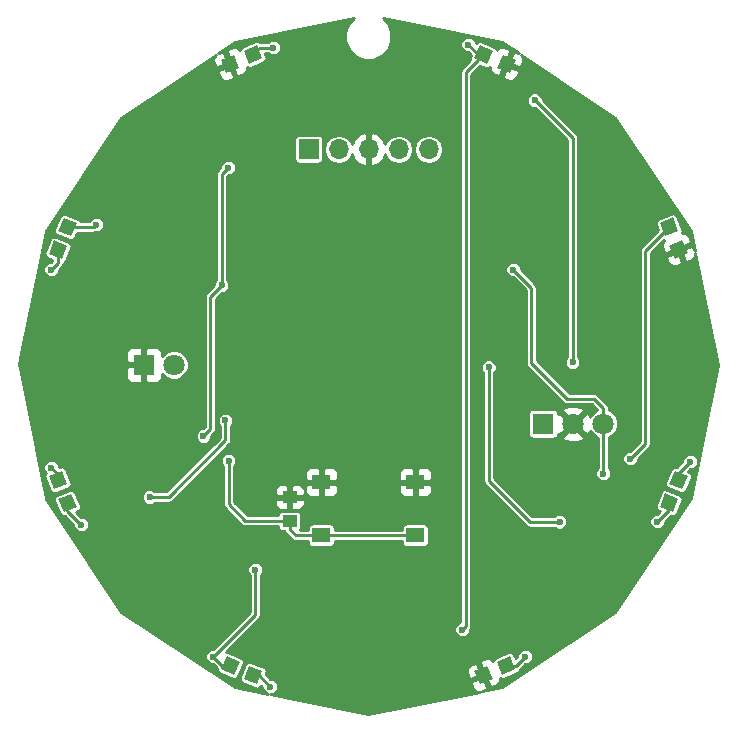
<source format=gtl>
G04 #@! TF.FileFunction,Copper,L1,Top,Signal*
%FSLAX46Y46*%
G04 Gerber Fmt 4.6, Leading zero omitted, Abs format (unit mm)*
G04 Created by KiCad (PCBNEW 4.0.7) date Thursday, April 26, 2018 'PMt' 01:22:00 PM*
%MOMM*%
%LPD*%
G01*
G04 APERTURE LIST*
%ADD10C,0.100000*%
%ADD11R,1.250000X1.000000*%
%ADD12R,1.800000X1.800000*%
%ADD13C,1.800000*%
%ADD14R,1.700000X1.700000*%
%ADD15O,1.700000X1.700000*%
%ADD16R,1.550000X1.300000*%
%ADD17C,0.600000*%
%ADD18C,0.250000*%
%ADD19C,0.254000*%
G04 APERTURE END LIST*
D10*
D11*
X93350000Y-113200000D03*
X93350000Y-111200000D03*
D10*
G36*
X87537626Y-125792972D02*
X87996417Y-124685351D01*
X89104038Y-125144142D01*
X88645247Y-126251763D01*
X87537626Y-125792972D01*
X87537626Y-125792972D01*
G37*
G36*
X89475962Y-126595858D02*
X89934753Y-125488237D01*
X91042374Y-125947028D01*
X90583583Y-127054649D01*
X89475962Y-126595858D01*
X89475962Y-126595858D01*
G37*
G36*
X74207028Y-87537626D02*
X75314649Y-87996417D01*
X74855858Y-89104038D01*
X73748237Y-88645247D01*
X74207028Y-87537626D01*
X74207028Y-87537626D01*
G37*
G36*
X73404142Y-89475962D02*
X74511763Y-89934753D01*
X74052972Y-91042374D01*
X72945351Y-90583583D01*
X73404142Y-89475962D01*
X73404142Y-89475962D01*
G37*
G36*
X108967626Y-74052972D02*
X109426417Y-72945351D01*
X110534038Y-73404142D01*
X110075247Y-74511763D01*
X108967626Y-74052972D01*
X108967626Y-74052972D01*
G37*
G36*
X110905962Y-74855858D02*
X111364753Y-73748237D01*
X112472374Y-74207028D01*
X112013583Y-75314649D01*
X110905962Y-74855858D01*
X110905962Y-74855858D01*
G37*
G36*
X90573583Y-72945351D02*
X91032374Y-74052972D01*
X89924753Y-74511763D01*
X89465962Y-73404142D01*
X90573583Y-72945351D01*
X90573583Y-72945351D01*
G37*
G36*
X88635247Y-73748237D02*
X89094038Y-74855858D01*
X87986417Y-75314649D01*
X87527626Y-74207028D01*
X88635247Y-73748237D01*
X88635247Y-73748237D01*
G37*
G36*
X72945351Y-109426417D02*
X74052972Y-108967626D01*
X74511763Y-110075247D01*
X73404142Y-110534038D01*
X72945351Y-109426417D01*
X72945351Y-109426417D01*
G37*
G36*
X73748237Y-111364753D02*
X74855858Y-110905962D01*
X75314649Y-112013583D01*
X74207028Y-112472374D01*
X73748237Y-111364753D01*
X73748237Y-111364753D01*
G37*
G36*
X125947028Y-108957626D02*
X127054649Y-109416417D01*
X126595858Y-110524038D01*
X125488237Y-110065247D01*
X125947028Y-108957626D01*
X125947028Y-108957626D01*
G37*
G36*
X125144142Y-110895962D02*
X126251763Y-111354753D01*
X125792972Y-112462374D01*
X124685351Y-112003583D01*
X125144142Y-110895962D01*
X125144142Y-110895962D01*
G37*
G36*
X124685351Y-87986417D02*
X125792972Y-87527626D01*
X126251763Y-88635247D01*
X125144142Y-89094038D01*
X124685351Y-87986417D01*
X124685351Y-87986417D01*
G37*
G36*
X125488237Y-89924753D02*
X126595858Y-89465962D01*
X127054649Y-90573583D01*
X125947028Y-91032374D01*
X125488237Y-89924753D01*
X125488237Y-89924753D01*
G37*
G36*
X112003583Y-124685351D02*
X112462374Y-125792972D01*
X111354753Y-126251763D01*
X110895962Y-125144142D01*
X112003583Y-124685351D01*
X112003583Y-124685351D01*
G37*
G36*
X110065247Y-125488237D02*
X110524038Y-126595858D01*
X109416417Y-127054649D01*
X108957626Y-125947028D01*
X110065247Y-125488237D01*
X110065247Y-125488237D01*
G37*
D12*
X81000000Y-100000000D03*
D13*
X83540000Y-100000000D03*
D14*
X94940000Y-81750000D03*
D15*
X97480000Y-81750000D03*
X100020000Y-81750000D03*
X102560000Y-81750000D03*
X105100000Y-81750000D03*
D16*
X96025000Y-114450000D03*
X96025000Y-109950000D03*
X103975000Y-109950000D03*
X103975000Y-114450000D03*
D12*
X114800000Y-105000000D03*
D13*
X117340000Y-105000000D03*
X119880000Y-105000000D03*
D17*
X100076000Y-78994000D03*
X90424000Y-84582000D03*
X90424000Y-90932000D03*
X76962000Y-88138000D03*
X112268000Y-91948000D03*
X90424000Y-117348000D03*
X86868000Y-124714000D03*
X73152000Y-108712000D03*
X119888000Y-109220000D03*
X127254000Y-108204000D03*
X88138000Y-83312000D03*
X88170000Y-108120000D03*
X86030000Y-106030000D03*
X87580000Y-93280000D03*
X108458000Y-72898000D03*
X107950000Y-122428000D03*
X91694000Y-127254000D03*
X73152000Y-91948000D03*
X91948000Y-73152000D03*
X122174000Y-107950000D03*
X75692000Y-113538000D03*
X113284000Y-124714000D03*
X124460000Y-113284000D03*
X114100000Y-77600000D03*
X117300000Y-99800000D03*
X81500000Y-111200000D03*
X87900000Y-104700000D03*
X116200000Y-113300000D03*
X110200000Y-100200000D03*
D18*
X100020000Y-81750000D02*
X100020000Y-79050000D01*
X100020000Y-79050000D02*
X100076000Y-78994000D01*
X90424000Y-90932000D02*
X90424000Y-84582000D01*
X74531443Y-88320832D02*
X76779168Y-88320832D01*
X76779168Y-88320832D02*
X76962000Y-88138000D01*
X112268000Y-91948000D02*
X113792000Y-93472000D01*
X113792000Y-93472000D02*
X113792000Y-99822000D01*
X113792000Y-99822000D02*
X116840000Y-102870000D01*
X116840000Y-102870000D02*
X119126000Y-102870000D01*
X119126000Y-102870000D02*
X119880000Y-103624000D01*
X119880000Y-103624000D02*
X119880000Y-105000000D01*
X87884000Y-123698000D02*
X90424000Y-121158000D01*
X90424000Y-121158000D02*
X90424000Y-117348000D01*
X86868000Y-124714000D02*
X87884000Y-123698000D01*
X88320832Y-125468557D02*
X87622557Y-125468557D01*
X87622557Y-125468557D02*
X86868000Y-124714000D01*
X73728557Y-109750832D02*
X73728557Y-109288557D01*
X73728557Y-109288557D02*
X73152000Y-108712000D01*
X119888000Y-109220000D02*
X119888000Y-105008000D01*
X119888000Y-105008000D02*
X119880000Y-105000000D01*
X126271443Y-109740832D02*
X126271443Y-109186557D01*
X126271443Y-109186557D02*
X127254000Y-108204000D01*
X87580000Y-93280000D02*
X87580000Y-83870000D01*
X87580000Y-83870000D02*
X88138000Y-83312000D01*
X96025000Y-114450000D02*
X103975000Y-114450000D01*
X96025000Y-114450000D02*
X93850000Y-114450000D01*
X93850000Y-114450000D02*
X93350000Y-113950000D01*
X93350000Y-113950000D02*
X93350000Y-113200000D01*
X88170000Y-111790000D02*
X89580000Y-113200000D01*
X89580000Y-113200000D02*
X93350000Y-113200000D01*
X88170000Y-108120000D02*
X88170000Y-111790000D01*
X86620000Y-94240000D02*
X86620000Y-105440000D01*
X86620000Y-105440000D02*
X86030000Y-106030000D01*
X87580000Y-93280000D02*
X86620000Y-94240000D01*
X109750832Y-73728557D02*
X109288557Y-73728557D01*
X109288557Y-73728557D02*
X108458000Y-72898000D01*
X107950000Y-122428000D02*
X108249999Y-122128001D01*
X108249999Y-75229390D02*
X109221331Y-74258058D01*
X108249999Y-122128001D02*
X108249999Y-75229390D01*
X109221331Y-74258058D02*
X109750832Y-73728557D01*
X90259168Y-126271443D02*
X90711443Y-126271443D01*
X90711443Y-126271443D02*
X91694000Y-127254000D01*
X73728557Y-90259168D02*
X73728557Y-91371443D01*
X73728557Y-91371443D02*
X73152000Y-91948000D01*
X91948000Y-73152000D02*
X90825725Y-73152000D01*
X90825725Y-73152000D02*
X90249168Y-73728557D01*
X125468557Y-88310832D02*
X123444000Y-90335389D01*
X123444000Y-90335389D02*
X123444000Y-106680000D01*
X123444000Y-106680000D02*
X122174000Y-107950000D01*
X74531443Y-111689168D02*
X74531443Y-112377443D01*
X74531443Y-112377443D02*
X75692000Y-113538000D01*
X113284000Y-124714000D02*
X112529443Y-125468557D01*
X112529443Y-125468557D02*
X111679168Y-125468557D01*
X125468557Y-111679168D02*
X125468557Y-112275443D01*
X125468557Y-112275443D02*
X124460000Y-113284000D01*
X125222000Y-111925725D02*
X125468557Y-111679168D01*
X117300000Y-80800000D02*
X114100000Y-77600000D01*
X117300000Y-99375736D02*
X117300000Y-80800000D01*
X117300000Y-99800000D02*
X117300000Y-99375736D01*
X87900000Y-106400000D02*
X83100000Y-111200000D01*
X83100000Y-111200000D02*
X81500000Y-111200000D01*
X87900000Y-105124264D02*
X87900000Y-106400000D01*
X87900000Y-104700000D02*
X87900000Y-105124264D01*
X110200000Y-109800000D02*
X113700000Y-113300000D01*
X113700000Y-113300000D02*
X116200000Y-113300000D01*
X110200000Y-100200000D02*
X110200000Y-109800000D01*
D19*
G36*
X98343598Y-71091135D02*
X98045340Y-71809420D01*
X98044661Y-72587168D01*
X98341665Y-73305972D01*
X98891135Y-73856402D01*
X99609420Y-74154660D01*
X100387168Y-74155339D01*
X101105972Y-73858335D01*
X101656402Y-73308865D01*
X101954660Y-72590580D01*
X101955339Y-71812832D01*
X101658335Y-71094028D01*
X101242104Y-70677070D01*
X111315949Y-72680882D01*
X112732760Y-73627565D01*
X112425566Y-73500321D01*
X112218149Y-73586236D01*
X111855101Y-74462711D01*
X112731577Y-74825759D01*
X112938994Y-74739844D01*
X113010701Y-74566727D01*
X113107374Y-74333337D01*
X113107374Y-74080719D01*
X113010701Y-73847330D01*
X112908082Y-73744711D01*
X120909148Y-79090852D01*
X127319118Y-88684051D01*
X127651548Y-90355288D01*
X127521269Y-90040767D01*
X127313852Y-89954852D01*
X126437376Y-90317900D01*
X126800424Y-91194375D01*
X127007841Y-91280290D01*
X127180959Y-91208582D01*
X127414348Y-91111909D01*
X127592976Y-90933281D01*
X127689649Y-90699891D01*
X127689649Y-90546836D01*
X129570000Y-100000000D01*
X127319118Y-111315949D01*
X120909148Y-120909148D01*
X111315949Y-127319118D01*
X109625473Y-127655375D01*
X109949233Y-127521269D01*
X110035148Y-127313852D01*
X109672100Y-126437376D01*
X108795625Y-126800424D01*
X108709710Y-127007841D01*
X108781418Y-127180959D01*
X108878091Y-127414348D01*
X109056719Y-127592976D01*
X109290109Y-127689649D01*
X109453164Y-127689649D01*
X100000000Y-129570000D01*
X91649393Y-127908961D01*
X91823716Y-127909113D01*
X92064543Y-127809606D01*
X92248958Y-127625512D01*
X92348886Y-127384859D01*
X92349113Y-127124284D01*
X92249606Y-126883457D01*
X92065512Y-126699042D01*
X91824859Y-126599114D01*
X91717843Y-126599021D01*
X91326278Y-126207456D01*
X91376776Y-126085542D01*
X91404250Y-125954528D01*
X91380028Y-125820719D01*
X108322626Y-125820719D01*
X108322626Y-126073337D01*
X108419299Y-126306727D01*
X108491006Y-126479844D01*
X108698423Y-126565759D01*
X109574899Y-126202711D01*
X109211851Y-125326236D01*
X109004434Y-125240321D01*
X108597928Y-125408701D01*
X108419299Y-125587330D01*
X108322626Y-125820719D01*
X91380028Y-125820719D01*
X91378657Y-125813147D01*
X91300076Y-125692862D01*
X91180888Y-125612626D01*
X90254814Y-125229034D01*
X109446516Y-125229034D01*
X109809564Y-126105510D01*
X109828042Y-126097856D01*
X109925243Y-126332521D01*
X109906765Y-126340175D01*
X110269813Y-127216650D01*
X110477230Y-127302565D01*
X110883736Y-127134185D01*
X111062365Y-126955556D01*
X111159038Y-126722167D01*
X111159038Y-126547747D01*
X111211633Y-126584219D01*
X111352253Y-126613708D01*
X111493267Y-126586165D01*
X112600888Y-126127374D01*
X112712956Y-126054161D01*
X112794830Y-125936092D01*
X112814014Y-125844611D01*
X112868854Y-125807968D01*
X113307801Y-125369021D01*
X113413716Y-125369113D01*
X113654543Y-125269606D01*
X113838958Y-125085512D01*
X113938886Y-124844859D01*
X113939113Y-124584284D01*
X113839606Y-124343457D01*
X113655512Y-124159042D01*
X113414859Y-124059114D01*
X113154284Y-124058887D01*
X112913457Y-124158394D01*
X112729042Y-124342488D01*
X112629114Y-124583141D01*
X112629021Y-124690157D01*
X112465205Y-124853973D01*
X112337985Y-124546837D01*
X112264772Y-124434769D01*
X112146703Y-124352895D01*
X112006083Y-124323406D01*
X111865069Y-124350949D01*
X110757448Y-124809740D01*
X110645380Y-124882953D01*
X110563506Y-125001022D01*
X110548346Y-125073311D01*
X110424945Y-124949910D01*
X110191555Y-124853237D01*
X109938937Y-124853237D01*
X109532431Y-125021617D01*
X109446516Y-125229034D01*
X90254814Y-125229034D01*
X90073267Y-125153835D01*
X89942253Y-125126361D01*
X89800872Y-125151954D01*
X89680587Y-125230535D01*
X89600351Y-125349723D01*
X89141560Y-126457344D01*
X89114086Y-126588358D01*
X89139679Y-126729739D01*
X89218260Y-126850024D01*
X89337448Y-126930260D01*
X90445069Y-127389051D01*
X90576083Y-127416525D01*
X90717464Y-127390932D01*
X90837749Y-127312351D01*
X90917985Y-127193163D01*
X90928633Y-127167456D01*
X91038979Y-127277802D01*
X91038887Y-127383716D01*
X91138394Y-127624543D01*
X91322488Y-127808958D01*
X91484179Y-127876098D01*
X88684051Y-127319118D01*
X84979350Y-124843716D01*
X86212887Y-124843716D01*
X86312394Y-125084543D01*
X86496488Y-125268958D01*
X86737141Y-125368886D01*
X86844157Y-125368979D01*
X87190467Y-125715289D01*
X87175750Y-125785472D01*
X87201343Y-125926853D01*
X87279924Y-126047138D01*
X87399112Y-126127374D01*
X88506733Y-126586165D01*
X88637747Y-126613639D01*
X88779128Y-126588046D01*
X88899413Y-126509465D01*
X88979649Y-126390277D01*
X89438440Y-125282656D01*
X89465914Y-125151642D01*
X89440321Y-125010261D01*
X89361740Y-124889976D01*
X89242552Y-124809740D01*
X88134931Y-124350949D01*
X88003917Y-124323475D01*
X87922633Y-124338189D01*
X88223411Y-124037411D01*
X89703106Y-122557716D01*
X107294887Y-122557716D01*
X107394394Y-122798543D01*
X107578488Y-122982958D01*
X107819141Y-123082886D01*
X108079716Y-123083113D01*
X108320543Y-122983606D01*
X108504958Y-122799512D01*
X108604886Y-122558859D01*
X108604986Y-122444101D01*
X108693461Y-122311689D01*
X108729999Y-122128001D01*
X108729999Y-100329716D01*
X109544887Y-100329716D01*
X109644394Y-100570543D01*
X109720000Y-100646281D01*
X109720000Y-109800000D01*
X109756538Y-109983688D01*
X109860589Y-110139411D01*
X113360588Y-113639411D01*
X113483725Y-113721688D01*
X113516312Y-113743462D01*
X113700000Y-113780000D01*
X115753660Y-113780000D01*
X115828488Y-113854958D01*
X116069141Y-113954886D01*
X116329716Y-113955113D01*
X116570543Y-113855606D01*
X116754958Y-113671512D01*
X116854886Y-113430859D01*
X116854900Y-113413716D01*
X123804887Y-113413716D01*
X123904394Y-113654543D01*
X124088488Y-113838958D01*
X124329141Y-113938886D01*
X124589716Y-113939113D01*
X124830543Y-113839606D01*
X125014958Y-113655512D01*
X125114886Y-113414859D01*
X125114979Y-113307843D01*
X125634368Y-112788454D01*
X125654458Y-112796776D01*
X125785472Y-112824250D01*
X125926853Y-112798657D01*
X126047138Y-112720076D01*
X126127374Y-112600888D01*
X126586165Y-111493267D01*
X126613639Y-111362253D01*
X126588046Y-111220872D01*
X126509465Y-111100587D01*
X126390277Y-111020351D01*
X125282656Y-110561560D01*
X125151642Y-110534086D01*
X125010261Y-110559679D01*
X124889976Y-110638260D01*
X124809740Y-110757448D01*
X124350949Y-111865069D01*
X124323475Y-111996083D01*
X124349068Y-112137464D01*
X124427649Y-112257749D01*
X124546837Y-112337985D01*
X124674368Y-112390810D01*
X124436199Y-112628979D01*
X124330284Y-112628887D01*
X124089457Y-112728394D01*
X123905042Y-112912488D01*
X123805114Y-113153141D01*
X123804887Y-113413716D01*
X116854900Y-113413716D01*
X116855113Y-113170284D01*
X116755606Y-112929457D01*
X116571512Y-112745042D01*
X116330859Y-112645114D01*
X116070284Y-112644887D01*
X115829457Y-112744394D01*
X115753719Y-112820000D01*
X113898823Y-112820000D01*
X111136570Y-110057747D01*
X125126361Y-110057747D01*
X125151954Y-110199128D01*
X125230535Y-110319413D01*
X125349723Y-110399649D01*
X126457344Y-110858440D01*
X126588358Y-110885914D01*
X126729739Y-110860321D01*
X126850024Y-110781740D01*
X126930260Y-110662552D01*
X127389051Y-109554931D01*
X127416525Y-109423917D01*
X127390932Y-109282536D01*
X127312351Y-109162251D01*
X127193163Y-109082015D01*
X127095331Y-109041492D01*
X127277802Y-108859021D01*
X127383716Y-108859113D01*
X127624543Y-108759606D01*
X127808958Y-108575512D01*
X127908886Y-108334859D01*
X127909113Y-108074284D01*
X127809606Y-107833457D01*
X127625512Y-107649042D01*
X127384859Y-107549114D01*
X127124284Y-107548887D01*
X126883457Y-107648394D01*
X126699042Y-107832488D01*
X126599114Y-108073141D01*
X126599021Y-108180157D01*
X126135331Y-108643847D01*
X126085542Y-108623224D01*
X125954528Y-108595750D01*
X125813147Y-108621343D01*
X125692862Y-108699924D01*
X125612626Y-108819112D01*
X125153835Y-109926733D01*
X125126361Y-110057747D01*
X111136570Y-110057747D01*
X110680000Y-109601178D01*
X110680000Y-104100000D01*
X113538046Y-104100000D01*
X113538046Y-105900000D01*
X113562800Y-106031555D01*
X113640549Y-106152380D01*
X113759180Y-106233437D01*
X113900000Y-106261954D01*
X115700000Y-106261954D01*
X115831555Y-106237200D01*
X115952380Y-106159451D01*
X116006557Y-106080159D01*
X116439446Y-106080159D01*
X116525852Y-106336643D01*
X117099336Y-106546458D01*
X117709460Y-106520839D01*
X118154148Y-106336643D01*
X118240554Y-106080159D01*
X117340000Y-105179605D01*
X116439446Y-106080159D01*
X116006557Y-106080159D01*
X116033437Y-106040820D01*
X116061954Y-105900000D01*
X116061954Y-105833889D01*
X116259841Y-105900554D01*
X117160395Y-105000000D01*
X116259841Y-104099446D01*
X116061954Y-104166111D01*
X116061954Y-104100000D01*
X116037200Y-103968445D01*
X116005925Y-103919841D01*
X116439446Y-103919841D01*
X117340000Y-104820395D01*
X118240554Y-103919841D01*
X118154148Y-103663357D01*
X117580664Y-103453542D01*
X116970540Y-103479161D01*
X116525852Y-103663357D01*
X116439446Y-103919841D01*
X116005925Y-103919841D01*
X115959451Y-103847620D01*
X115840820Y-103766563D01*
X115700000Y-103738046D01*
X113900000Y-103738046D01*
X113768445Y-103762800D01*
X113647620Y-103840549D01*
X113566563Y-103959180D01*
X113538046Y-104100000D01*
X110680000Y-104100000D01*
X110680000Y-100646340D01*
X110754958Y-100571512D01*
X110854886Y-100330859D01*
X110855113Y-100070284D01*
X110755606Y-99829457D01*
X110571512Y-99645042D01*
X110330859Y-99545114D01*
X110070284Y-99544887D01*
X109829457Y-99644394D01*
X109645042Y-99828488D01*
X109545114Y-100069141D01*
X109544887Y-100329716D01*
X108729999Y-100329716D01*
X108729999Y-92077716D01*
X111612887Y-92077716D01*
X111712394Y-92318543D01*
X111896488Y-92502958D01*
X112137141Y-92602886D01*
X112244157Y-92602979D01*
X113312000Y-93670823D01*
X113312000Y-99822000D01*
X113348538Y-100005688D01*
X113452589Y-100161411D01*
X116500589Y-103209411D01*
X116656312Y-103313462D01*
X116840000Y-103350000D01*
X118927178Y-103350000D01*
X119400000Y-103822822D01*
X119400000Y-103840420D01*
X119170028Y-103935442D01*
X118816683Y-104288171D01*
X118767794Y-104405909D01*
X118676643Y-104185852D01*
X118420159Y-104099446D01*
X117519605Y-105000000D01*
X118420159Y-105900554D01*
X118676643Y-105814148D01*
X118762041Y-105580731D01*
X118815442Y-105709972D01*
X119168171Y-106063317D01*
X119408000Y-106162903D01*
X119408000Y-108773660D01*
X119333042Y-108848488D01*
X119233114Y-109089141D01*
X119232887Y-109349716D01*
X119332394Y-109590543D01*
X119516488Y-109774958D01*
X119757141Y-109874886D01*
X120017716Y-109875113D01*
X120258543Y-109775606D01*
X120442958Y-109591512D01*
X120542886Y-109350859D01*
X120543113Y-109090284D01*
X120443606Y-108849457D01*
X120368000Y-108773719D01*
X120368000Y-108079716D01*
X121518887Y-108079716D01*
X121618394Y-108320543D01*
X121802488Y-108504958D01*
X122043141Y-108604886D01*
X122303716Y-108605113D01*
X122544543Y-108505606D01*
X122728958Y-108321512D01*
X122828886Y-108080859D01*
X122828979Y-107973843D01*
X123783411Y-107019411D01*
X123887462Y-106863688D01*
X123912182Y-106739411D01*
X123924000Y-106680000D01*
X123924000Y-90985566D01*
X125240321Y-90985566D01*
X125408701Y-91392072D01*
X125587330Y-91570701D01*
X125820719Y-91667374D01*
X126073337Y-91667374D01*
X126306727Y-91570701D01*
X126479844Y-91498994D01*
X126565759Y-91291577D01*
X126202711Y-90415101D01*
X125326236Y-90778149D01*
X125240321Y-90985566D01*
X123924000Y-90985566D01*
X123924000Y-90534211D01*
X125026396Y-89431815D01*
X125073311Y-89441654D01*
X124949910Y-89565055D01*
X124853237Y-89798445D01*
X124853237Y-90051063D01*
X125021617Y-90457569D01*
X125229034Y-90543484D01*
X126105510Y-90180436D01*
X126097856Y-90161958D01*
X126332521Y-90064757D01*
X126340175Y-90083235D01*
X127216650Y-89720187D01*
X127302565Y-89512770D01*
X127134185Y-89106264D01*
X126955556Y-88927635D01*
X126722167Y-88830962D01*
X126547747Y-88830962D01*
X126584219Y-88778367D01*
X126613708Y-88637747D01*
X126586165Y-88496733D01*
X126127374Y-87389112D01*
X126054161Y-87277044D01*
X125936092Y-87195170D01*
X125795472Y-87165681D01*
X125654458Y-87193224D01*
X124546837Y-87652015D01*
X124434769Y-87725228D01*
X124352895Y-87843297D01*
X124323406Y-87983917D01*
X124350949Y-88124931D01*
X124533915Y-88566652D01*
X123104589Y-89995978D01*
X123000538Y-90151701D01*
X122964000Y-90335389D01*
X122964000Y-106481178D01*
X122150199Y-107294979D01*
X122044284Y-107294887D01*
X121803457Y-107394394D01*
X121619042Y-107578488D01*
X121519114Y-107819141D01*
X121518887Y-108079716D01*
X120368000Y-108079716D01*
X120368000Y-106156275D01*
X120589972Y-106064558D01*
X120943317Y-105711829D01*
X121134782Y-105250730D01*
X121135217Y-104751460D01*
X120944558Y-104290028D01*
X120591829Y-103936683D01*
X120360000Y-103840419D01*
X120360000Y-103624000D01*
X120323462Y-103440312D01*
X120219411Y-103284589D01*
X119465411Y-102530589D01*
X119309688Y-102426538D01*
X119126000Y-102390000D01*
X117038822Y-102390000D01*
X114272000Y-99623178D01*
X114272000Y-93472000D01*
X114235462Y-93288312D01*
X114229908Y-93280000D01*
X114131411Y-93132588D01*
X112923021Y-91924199D01*
X112923113Y-91818284D01*
X112823606Y-91577457D01*
X112639512Y-91393042D01*
X112398859Y-91293114D01*
X112138284Y-91292887D01*
X111897457Y-91392394D01*
X111713042Y-91576488D01*
X111613114Y-91817141D01*
X111612887Y-92077716D01*
X108729999Y-92077716D01*
X108729999Y-77729716D01*
X113444887Y-77729716D01*
X113544394Y-77970543D01*
X113728488Y-78154958D01*
X113969141Y-78254886D01*
X114076157Y-78254979D01*
X116820000Y-80998823D01*
X116820000Y-99353660D01*
X116745042Y-99428488D01*
X116645114Y-99669141D01*
X116644887Y-99929716D01*
X116744394Y-100170543D01*
X116928488Y-100354958D01*
X117169141Y-100454886D01*
X117429716Y-100455113D01*
X117670543Y-100355606D01*
X117854958Y-100171512D01*
X117954886Y-99930859D01*
X117955113Y-99670284D01*
X117855606Y-99429457D01*
X117780000Y-99353719D01*
X117780000Y-80800000D01*
X117743462Y-80616312D01*
X117710221Y-80566563D01*
X117639411Y-80460588D01*
X114755021Y-77576199D01*
X114755113Y-77470284D01*
X114655606Y-77229457D01*
X114471512Y-77045042D01*
X114230859Y-76945114D01*
X113970284Y-76944887D01*
X113729457Y-77044394D01*
X113545042Y-77228488D01*
X113445114Y-77469141D01*
X113444887Y-77729716D01*
X108729999Y-77729716D01*
X108729999Y-75573852D01*
X111394852Y-75573852D01*
X111480767Y-75781269D01*
X111887273Y-75949649D01*
X112139891Y-75949649D01*
X112373281Y-75852976D01*
X112551909Y-75674348D01*
X112648582Y-75440959D01*
X112720290Y-75267841D01*
X112634375Y-75060424D01*
X111757900Y-74697376D01*
X111394852Y-75573852D01*
X108729999Y-75573852D01*
X108729999Y-75428212D01*
X109495012Y-74663199D01*
X109936733Y-74846165D01*
X110067747Y-74873639D01*
X110209128Y-74848046D01*
X110270962Y-74807650D01*
X110270962Y-74982167D01*
X110367635Y-75215556D01*
X110546264Y-75394185D01*
X110952770Y-75562565D01*
X111160187Y-75476650D01*
X111523235Y-74600175D01*
X111504757Y-74592521D01*
X111601958Y-74357856D01*
X111620436Y-74365510D01*
X111983484Y-73489034D01*
X111897569Y-73281617D01*
X111491063Y-73113237D01*
X111238445Y-73113237D01*
X111005055Y-73209910D01*
X110881722Y-73333243D01*
X110870321Y-73270261D01*
X110791740Y-73149976D01*
X110672552Y-73069740D01*
X109564931Y-72610949D01*
X109433917Y-72583475D01*
X109292536Y-72609068D01*
X109172251Y-72687649D01*
X109113107Y-72775506D01*
X109113113Y-72768284D01*
X109013606Y-72527457D01*
X108829512Y-72343042D01*
X108588859Y-72243114D01*
X108328284Y-72242887D01*
X108087457Y-72342394D01*
X107903042Y-72526488D01*
X107803114Y-72767141D01*
X107802887Y-73027716D01*
X107902394Y-73268543D01*
X108086488Y-73452958D01*
X108327141Y-73552886D01*
X108434157Y-73552979D01*
X108680793Y-73799615D01*
X108633224Y-73914458D01*
X108605750Y-74045472D01*
X108628641Y-74171926D01*
X107910588Y-74889979D01*
X107806537Y-75045702D01*
X107769999Y-75229390D01*
X107769999Y-121793664D01*
X107579457Y-121872394D01*
X107395042Y-122056488D01*
X107295114Y-122297141D01*
X107294887Y-122557716D01*
X89703106Y-122557716D01*
X90763411Y-121497412D01*
X90867462Y-121341688D01*
X90904000Y-121158000D01*
X90904000Y-117794340D01*
X90978958Y-117719512D01*
X91078886Y-117478859D01*
X91079113Y-117218284D01*
X90979606Y-116977457D01*
X90795512Y-116793042D01*
X90554859Y-116693114D01*
X90294284Y-116692887D01*
X90053457Y-116792394D01*
X89869042Y-116976488D01*
X89769114Y-117217141D01*
X89768887Y-117477716D01*
X89868394Y-117718543D01*
X89944000Y-117794281D01*
X89944000Y-120959177D01*
X87544589Y-123358589D01*
X86844199Y-124058979D01*
X86738284Y-124058887D01*
X86497457Y-124158394D01*
X86313042Y-124342488D01*
X86213114Y-124583141D01*
X86212887Y-124843716D01*
X84979350Y-124843716D01*
X79090852Y-120909148D01*
X72711822Y-111362253D01*
X73386292Y-111362253D01*
X73413835Y-111503267D01*
X73872626Y-112610888D01*
X73945839Y-112722956D01*
X74063908Y-112804830D01*
X74204528Y-112834319D01*
X74292345Y-112817167D01*
X75036979Y-113561802D01*
X75036887Y-113667716D01*
X75136394Y-113908543D01*
X75320488Y-114092958D01*
X75561141Y-114192886D01*
X75821716Y-114193113D01*
X76062543Y-114093606D01*
X76246958Y-113909512D01*
X76346886Y-113668859D01*
X76347113Y-113408284D01*
X76247606Y-113167457D01*
X76063512Y-112983042D01*
X75822859Y-112883114D01*
X75715844Y-112883021D01*
X75260578Y-112427756D01*
X75453163Y-112347985D01*
X75565231Y-112274772D01*
X75647105Y-112156703D01*
X75676594Y-112016083D01*
X75649051Y-111875069D01*
X75423159Y-111329716D01*
X80844887Y-111329716D01*
X80944394Y-111570543D01*
X81128488Y-111754958D01*
X81369141Y-111854886D01*
X81629716Y-111855113D01*
X81870543Y-111755606D01*
X81946281Y-111680000D01*
X83100000Y-111680000D01*
X83283688Y-111643462D01*
X83439411Y-111539411D01*
X86729106Y-108249716D01*
X87514887Y-108249716D01*
X87614394Y-108490543D01*
X87690000Y-108566281D01*
X87690000Y-111790000D01*
X87726538Y-111973688D01*
X87830589Y-112129411D01*
X89240589Y-113539411D01*
X89396312Y-113643462D01*
X89580000Y-113680000D01*
X92363046Y-113680000D01*
X92363046Y-113700000D01*
X92387800Y-113831555D01*
X92465549Y-113952380D01*
X92584180Y-114033437D01*
X92725000Y-114061954D01*
X92892269Y-114061954D01*
X92906538Y-114133688D01*
X93010589Y-114289411D01*
X93510589Y-114789411D01*
X93666312Y-114893462D01*
X93850000Y-114930000D01*
X94888046Y-114930000D01*
X94888046Y-115100000D01*
X94912800Y-115231555D01*
X94990549Y-115352380D01*
X95109180Y-115433437D01*
X95250000Y-115461954D01*
X96800000Y-115461954D01*
X96931555Y-115437200D01*
X97052380Y-115359451D01*
X97133437Y-115240820D01*
X97161954Y-115100000D01*
X97161954Y-114930000D01*
X102838046Y-114930000D01*
X102838046Y-115100000D01*
X102862800Y-115231555D01*
X102940549Y-115352380D01*
X103059180Y-115433437D01*
X103200000Y-115461954D01*
X104750000Y-115461954D01*
X104881555Y-115437200D01*
X105002380Y-115359451D01*
X105083437Y-115240820D01*
X105111954Y-115100000D01*
X105111954Y-113800000D01*
X105087200Y-113668445D01*
X105009451Y-113547620D01*
X104890820Y-113466563D01*
X104750000Y-113438046D01*
X103200000Y-113438046D01*
X103068445Y-113462800D01*
X102947620Y-113540549D01*
X102866563Y-113659180D01*
X102838046Y-113800000D01*
X102838046Y-113970000D01*
X97161954Y-113970000D01*
X97161954Y-113800000D01*
X97137200Y-113668445D01*
X97059451Y-113547620D01*
X96940820Y-113466563D01*
X96800000Y-113438046D01*
X95250000Y-113438046D01*
X95118445Y-113462800D01*
X94997620Y-113540549D01*
X94916563Y-113659180D01*
X94888046Y-113800000D01*
X94888046Y-113970000D01*
X94210986Y-113970000D01*
X94227380Y-113959451D01*
X94308437Y-113840820D01*
X94336954Y-113700000D01*
X94336954Y-112700000D01*
X94312200Y-112568445D01*
X94234451Y-112447620D01*
X94115820Y-112366563D01*
X93975000Y-112338046D01*
X92725000Y-112338046D01*
X92593445Y-112362800D01*
X92472620Y-112440549D01*
X92391563Y-112559180D01*
X92363046Y-112700000D01*
X92363046Y-112720000D01*
X89778822Y-112720000D01*
X88650000Y-111591178D01*
X88650000Y-111485750D01*
X92090000Y-111485750D01*
X92090000Y-111826309D01*
X92186673Y-112059698D01*
X92365301Y-112238327D01*
X92598690Y-112335000D01*
X93064250Y-112335000D01*
X93223000Y-112176250D01*
X93223000Y-111327000D01*
X93477000Y-111327000D01*
X93477000Y-112176250D01*
X93635750Y-112335000D01*
X94101310Y-112335000D01*
X94334699Y-112238327D01*
X94513327Y-112059698D01*
X94610000Y-111826309D01*
X94610000Y-111485750D01*
X94451250Y-111327000D01*
X93477000Y-111327000D01*
X93223000Y-111327000D01*
X92248750Y-111327000D01*
X92090000Y-111485750D01*
X88650000Y-111485750D01*
X88650000Y-110573691D01*
X92090000Y-110573691D01*
X92090000Y-110914250D01*
X92248750Y-111073000D01*
X93223000Y-111073000D01*
X93223000Y-110223750D01*
X93477000Y-110223750D01*
X93477000Y-111073000D01*
X94451250Y-111073000D01*
X94610000Y-110914250D01*
X94610000Y-110573691D01*
X94513327Y-110340302D01*
X94408776Y-110235750D01*
X94615000Y-110235750D01*
X94615000Y-110726310D01*
X94711673Y-110959699D01*
X94890302Y-111138327D01*
X95123691Y-111235000D01*
X95739250Y-111235000D01*
X95898000Y-111076250D01*
X95898000Y-110077000D01*
X96152000Y-110077000D01*
X96152000Y-111076250D01*
X96310750Y-111235000D01*
X96926309Y-111235000D01*
X97159698Y-111138327D01*
X97338327Y-110959699D01*
X97435000Y-110726310D01*
X97435000Y-110235750D01*
X102565000Y-110235750D01*
X102565000Y-110726310D01*
X102661673Y-110959699D01*
X102840302Y-111138327D01*
X103073691Y-111235000D01*
X103689250Y-111235000D01*
X103848000Y-111076250D01*
X103848000Y-110077000D01*
X104102000Y-110077000D01*
X104102000Y-111076250D01*
X104260750Y-111235000D01*
X104876309Y-111235000D01*
X105109698Y-111138327D01*
X105288327Y-110959699D01*
X105385000Y-110726310D01*
X105385000Y-110235750D01*
X105226250Y-110077000D01*
X104102000Y-110077000D01*
X103848000Y-110077000D01*
X102723750Y-110077000D01*
X102565000Y-110235750D01*
X97435000Y-110235750D01*
X97276250Y-110077000D01*
X96152000Y-110077000D01*
X95898000Y-110077000D01*
X94773750Y-110077000D01*
X94615000Y-110235750D01*
X94408776Y-110235750D01*
X94334699Y-110161673D01*
X94101310Y-110065000D01*
X93635750Y-110065000D01*
X93477000Y-110223750D01*
X93223000Y-110223750D01*
X93064250Y-110065000D01*
X92598690Y-110065000D01*
X92365301Y-110161673D01*
X92186673Y-110340302D01*
X92090000Y-110573691D01*
X88650000Y-110573691D01*
X88650000Y-109173690D01*
X94615000Y-109173690D01*
X94615000Y-109664250D01*
X94773750Y-109823000D01*
X95898000Y-109823000D01*
X95898000Y-108823750D01*
X96152000Y-108823750D01*
X96152000Y-109823000D01*
X97276250Y-109823000D01*
X97435000Y-109664250D01*
X97435000Y-109173690D01*
X102565000Y-109173690D01*
X102565000Y-109664250D01*
X102723750Y-109823000D01*
X103848000Y-109823000D01*
X103848000Y-108823750D01*
X104102000Y-108823750D01*
X104102000Y-109823000D01*
X105226250Y-109823000D01*
X105385000Y-109664250D01*
X105385000Y-109173690D01*
X105288327Y-108940301D01*
X105109698Y-108761673D01*
X104876309Y-108665000D01*
X104260750Y-108665000D01*
X104102000Y-108823750D01*
X103848000Y-108823750D01*
X103689250Y-108665000D01*
X103073691Y-108665000D01*
X102840302Y-108761673D01*
X102661673Y-108940301D01*
X102565000Y-109173690D01*
X97435000Y-109173690D01*
X97338327Y-108940301D01*
X97159698Y-108761673D01*
X96926309Y-108665000D01*
X96310750Y-108665000D01*
X96152000Y-108823750D01*
X95898000Y-108823750D01*
X95739250Y-108665000D01*
X95123691Y-108665000D01*
X94890302Y-108761673D01*
X94711673Y-108940301D01*
X94615000Y-109173690D01*
X88650000Y-109173690D01*
X88650000Y-108566340D01*
X88724958Y-108491512D01*
X88824886Y-108250859D01*
X88825113Y-107990284D01*
X88725606Y-107749457D01*
X88541512Y-107565042D01*
X88300859Y-107465114D01*
X88040284Y-107464887D01*
X87799457Y-107564394D01*
X87615042Y-107748488D01*
X87515114Y-107989141D01*
X87514887Y-108249716D01*
X86729106Y-108249716D01*
X88239411Y-106739411D01*
X88343462Y-106583688D01*
X88380000Y-106400000D01*
X88380000Y-105146340D01*
X88454958Y-105071512D01*
X88554886Y-104830859D01*
X88555113Y-104570284D01*
X88455606Y-104329457D01*
X88271512Y-104145042D01*
X88030859Y-104045114D01*
X87770284Y-104044887D01*
X87529457Y-104144394D01*
X87345042Y-104328488D01*
X87245114Y-104569141D01*
X87244887Y-104829716D01*
X87344394Y-105070543D01*
X87420000Y-105146281D01*
X87420000Y-106201178D01*
X82901178Y-110720000D01*
X81946340Y-110720000D01*
X81871512Y-110645042D01*
X81630859Y-110545114D01*
X81370284Y-110544887D01*
X81129457Y-110644394D01*
X80945042Y-110828488D01*
X80845114Y-111069141D01*
X80844887Y-111329716D01*
X75423159Y-111329716D01*
X75190260Y-110767448D01*
X75117047Y-110655380D01*
X74998978Y-110573506D01*
X74858358Y-110544017D01*
X74717344Y-110571560D01*
X73609723Y-111030351D01*
X73497655Y-111103564D01*
X73415781Y-111221633D01*
X73386292Y-111362253D01*
X72711822Y-111362253D01*
X72680882Y-111315949D01*
X72188727Y-108841716D01*
X72496887Y-108841716D01*
X72596394Y-109082543D01*
X72688279Y-109174588D01*
X72612895Y-109283297D01*
X72583406Y-109423917D01*
X72610949Y-109564931D01*
X73069740Y-110672552D01*
X73142953Y-110784620D01*
X73261022Y-110866494D01*
X73401642Y-110895983D01*
X73542656Y-110868440D01*
X74650277Y-110409649D01*
X74762345Y-110336436D01*
X74844219Y-110218367D01*
X74873708Y-110077747D01*
X74846165Y-109936733D01*
X74387374Y-108829112D01*
X74314161Y-108717044D01*
X74196092Y-108635170D01*
X74055472Y-108605681D01*
X73914458Y-108633224D01*
X73807030Y-108677722D01*
X73807113Y-108582284D01*
X73707606Y-108341457D01*
X73523512Y-108157042D01*
X73282859Y-108057114D01*
X73022284Y-108056887D01*
X72781457Y-108156394D01*
X72597042Y-108340488D01*
X72497114Y-108581141D01*
X72496887Y-108841716D01*
X72188727Y-108841716D01*
X71655245Y-106159716D01*
X85374887Y-106159716D01*
X85474394Y-106400543D01*
X85658488Y-106584958D01*
X85899141Y-106684886D01*
X86159716Y-106685113D01*
X86400543Y-106585606D01*
X86584958Y-106401512D01*
X86684886Y-106160859D01*
X86684979Y-106053843D01*
X86959411Y-105779411D01*
X87063462Y-105623688D01*
X87100000Y-105440000D01*
X87100000Y-94438822D01*
X87603801Y-93935021D01*
X87709716Y-93935113D01*
X87950543Y-93835606D01*
X88134958Y-93651512D01*
X88234886Y-93410859D01*
X88235113Y-93150284D01*
X88135606Y-92909457D01*
X88060000Y-92833719D01*
X88060000Y-84068822D01*
X88161801Y-83967021D01*
X88267716Y-83967113D01*
X88508543Y-83867606D01*
X88692958Y-83683512D01*
X88792886Y-83442859D01*
X88793113Y-83182284D01*
X88693606Y-82941457D01*
X88509512Y-82757042D01*
X88268859Y-82657114D01*
X88008284Y-82656887D01*
X87767457Y-82756394D01*
X87583042Y-82940488D01*
X87483114Y-83181141D01*
X87483021Y-83288157D01*
X87240589Y-83530589D01*
X87136538Y-83686312D01*
X87100000Y-83870000D01*
X87100000Y-92833660D01*
X87025042Y-92908488D01*
X86925114Y-93149141D01*
X86925021Y-93256157D01*
X86280589Y-93900589D01*
X86176538Y-94056312D01*
X86140000Y-94240000D01*
X86140000Y-105241178D01*
X86006199Y-105374979D01*
X85900284Y-105374887D01*
X85659457Y-105474394D01*
X85475042Y-105658488D01*
X85375114Y-105899141D01*
X85374887Y-106159716D01*
X71655245Y-106159716D01*
X70486840Y-100285750D01*
X79465000Y-100285750D01*
X79465000Y-101026310D01*
X79561673Y-101259699D01*
X79740302Y-101438327D01*
X79973691Y-101535000D01*
X80714250Y-101535000D01*
X80873000Y-101376250D01*
X80873000Y-100127000D01*
X79623750Y-100127000D01*
X79465000Y-100285750D01*
X70486840Y-100285750D01*
X70430000Y-100000000D01*
X70634145Y-98973690D01*
X79465000Y-98973690D01*
X79465000Y-99714250D01*
X79623750Y-99873000D01*
X80873000Y-99873000D01*
X80873000Y-98623750D01*
X81127000Y-98623750D01*
X81127000Y-99873000D01*
X81147000Y-99873000D01*
X81147000Y-100127000D01*
X81127000Y-100127000D01*
X81127000Y-101376250D01*
X81285750Y-101535000D01*
X82026309Y-101535000D01*
X82259698Y-101438327D01*
X82438327Y-101259699D01*
X82535000Y-101026310D01*
X82535000Y-100769634D01*
X82828171Y-101063317D01*
X83289270Y-101254782D01*
X83788540Y-101255217D01*
X84249972Y-101064558D01*
X84603317Y-100711829D01*
X84794782Y-100250730D01*
X84795217Y-99751460D01*
X84604558Y-99290028D01*
X84251829Y-98936683D01*
X83790730Y-98745218D01*
X83291460Y-98744783D01*
X82830028Y-98935442D01*
X82535000Y-99229956D01*
X82535000Y-98973690D01*
X82438327Y-98740301D01*
X82259698Y-98561673D01*
X82026309Y-98465000D01*
X81285750Y-98465000D01*
X81127000Y-98623750D01*
X80873000Y-98623750D01*
X80714250Y-98465000D01*
X79973691Y-98465000D01*
X79740302Y-98561673D01*
X79561673Y-98740301D01*
X79465000Y-98973690D01*
X70634145Y-98973690D01*
X72005840Y-92077716D01*
X72496887Y-92077716D01*
X72596394Y-92318543D01*
X72780488Y-92502958D01*
X73021141Y-92602886D01*
X73281716Y-92603113D01*
X73522543Y-92503606D01*
X73706958Y-92319512D01*
X73806886Y-92078859D01*
X73806979Y-91971843D01*
X74067968Y-91710854D01*
X74172019Y-91555131D01*
X74208557Y-91371443D01*
X74208557Y-91364478D01*
X74307138Y-91300076D01*
X74387374Y-91180888D01*
X74846165Y-90073267D01*
X74873639Y-89942253D01*
X74848046Y-89800872D01*
X74769465Y-89680587D01*
X74650277Y-89600351D01*
X73542656Y-89141560D01*
X73411642Y-89114086D01*
X73270261Y-89139679D01*
X73149976Y-89218260D01*
X73069740Y-89337448D01*
X72610949Y-90445069D01*
X72583475Y-90576083D01*
X72609068Y-90717464D01*
X72687649Y-90837749D01*
X72806837Y-90917985D01*
X73248557Y-91100951D01*
X73248557Y-91172621D01*
X73128199Y-91292979D01*
X73022284Y-91292887D01*
X72781457Y-91392394D01*
X72597042Y-91576488D01*
X72497114Y-91817141D01*
X72496887Y-92077716D01*
X72005840Y-92077716D01*
X72680882Y-88684051D01*
X72711821Y-88637747D01*
X73386361Y-88637747D01*
X73411954Y-88779128D01*
X73490535Y-88899413D01*
X73609723Y-88979649D01*
X74717344Y-89438440D01*
X74848358Y-89465914D01*
X74989739Y-89440321D01*
X75110024Y-89361740D01*
X75190260Y-89242552D01*
X75373226Y-88800832D01*
X76779168Y-88800832D01*
X76827246Y-88791269D01*
X76831141Y-88792886D01*
X77091716Y-88793113D01*
X77332543Y-88693606D01*
X77516958Y-88509512D01*
X77616886Y-88268859D01*
X77617113Y-88008284D01*
X77517606Y-87767457D01*
X77333512Y-87583042D01*
X77092859Y-87483114D01*
X76832284Y-87482887D01*
X76591457Y-87582394D01*
X76407042Y-87766488D01*
X76376172Y-87840832D01*
X75636753Y-87840832D01*
X75572351Y-87742251D01*
X75453163Y-87662015D01*
X74345542Y-87203224D01*
X74214528Y-87175750D01*
X74073147Y-87201343D01*
X73952862Y-87279924D01*
X73872626Y-87399112D01*
X73413835Y-88506733D01*
X73386361Y-88637747D01*
X72711821Y-88637747D01*
X77882018Y-80900000D01*
X93728046Y-80900000D01*
X93728046Y-82600000D01*
X93752800Y-82731555D01*
X93830549Y-82852380D01*
X93949180Y-82933437D01*
X94090000Y-82961954D01*
X95790000Y-82961954D01*
X95921555Y-82937200D01*
X96042380Y-82859451D01*
X96123437Y-82740820D01*
X96151954Y-82600000D01*
X96151954Y-81726393D01*
X96275000Y-81726393D01*
X96275000Y-81773607D01*
X96366725Y-82234741D01*
X96627936Y-82625671D01*
X97018866Y-82886882D01*
X97480000Y-82978607D01*
X97941134Y-82886882D01*
X98332064Y-82625671D01*
X98593275Y-82234741D01*
X98606747Y-82167011D01*
X98824817Y-82631358D01*
X99253076Y-83021645D01*
X99663110Y-83191476D01*
X99893000Y-83070155D01*
X99893000Y-81877000D01*
X99873000Y-81877000D01*
X99873000Y-81623000D01*
X99893000Y-81623000D01*
X99893000Y-80429845D01*
X100147000Y-80429845D01*
X100147000Y-81623000D01*
X100167000Y-81623000D01*
X100167000Y-81877000D01*
X100147000Y-81877000D01*
X100147000Y-83070155D01*
X100376890Y-83191476D01*
X100786924Y-83021645D01*
X101215183Y-82631358D01*
X101433253Y-82167011D01*
X101446725Y-82234741D01*
X101707936Y-82625671D01*
X102098866Y-82886882D01*
X102560000Y-82978607D01*
X103021134Y-82886882D01*
X103412064Y-82625671D01*
X103673275Y-82234741D01*
X103765000Y-81773607D01*
X103765000Y-81726393D01*
X103895000Y-81726393D01*
X103895000Y-81773607D01*
X103986725Y-82234741D01*
X104247936Y-82625671D01*
X104638866Y-82886882D01*
X105100000Y-82978607D01*
X105561134Y-82886882D01*
X105952064Y-82625671D01*
X106213275Y-82234741D01*
X106305000Y-81773607D01*
X106305000Y-81726393D01*
X106213275Y-81265259D01*
X105952064Y-80874329D01*
X105561134Y-80613118D01*
X105100000Y-80521393D01*
X104638866Y-80613118D01*
X104247936Y-80874329D01*
X103986725Y-81265259D01*
X103895000Y-81726393D01*
X103765000Y-81726393D01*
X103673275Y-81265259D01*
X103412064Y-80874329D01*
X103021134Y-80613118D01*
X102560000Y-80521393D01*
X102098866Y-80613118D01*
X101707936Y-80874329D01*
X101446725Y-81265259D01*
X101433253Y-81332989D01*
X101215183Y-80868642D01*
X100786924Y-80478355D01*
X100376890Y-80308524D01*
X100147000Y-80429845D01*
X99893000Y-80429845D01*
X99663110Y-80308524D01*
X99253076Y-80478355D01*
X98824817Y-80868642D01*
X98606747Y-81332989D01*
X98593275Y-81265259D01*
X98332064Y-80874329D01*
X97941134Y-80613118D01*
X97480000Y-80521393D01*
X97018866Y-80613118D01*
X96627936Y-80874329D01*
X96366725Y-81265259D01*
X96275000Y-81726393D01*
X96151954Y-81726393D01*
X96151954Y-80900000D01*
X96127200Y-80768445D01*
X96049451Y-80647620D01*
X95930820Y-80566563D01*
X95790000Y-80538046D01*
X94090000Y-80538046D01*
X93958445Y-80562800D01*
X93837620Y-80640549D01*
X93756563Y-80759180D01*
X93728046Y-80900000D01*
X77882018Y-80900000D01*
X79090852Y-79090852D01*
X84812392Y-75267841D01*
X87279710Y-75267841D01*
X87351418Y-75440959D01*
X87448091Y-75674348D01*
X87626719Y-75852976D01*
X87860109Y-75949649D01*
X88112727Y-75949649D01*
X88519233Y-75781269D01*
X88605148Y-75573852D01*
X88242100Y-74697376D01*
X87365625Y-75060424D01*
X87279710Y-75267841D01*
X84812392Y-75267841D01*
X87091918Y-73744711D01*
X86989299Y-73847330D01*
X86892626Y-74080719D01*
X86892626Y-74333337D01*
X86989299Y-74566727D01*
X87061006Y-74739844D01*
X87268423Y-74825759D01*
X88144899Y-74462711D01*
X87781851Y-73586236D01*
X87574434Y-73500321D01*
X87267240Y-73627565D01*
X87474566Y-73489034D01*
X88016516Y-73489034D01*
X88379564Y-74365510D01*
X88398042Y-74357856D01*
X88495243Y-74592521D01*
X88476765Y-74600175D01*
X88839813Y-75476650D01*
X89047230Y-75562565D01*
X89453736Y-75394185D01*
X89632365Y-75215556D01*
X89729038Y-74982167D01*
X89729038Y-74807747D01*
X89781633Y-74844219D01*
X89922253Y-74873708D01*
X90063267Y-74846165D01*
X91170888Y-74387374D01*
X91282956Y-74314161D01*
X91364830Y-74196092D01*
X91394319Y-74055472D01*
X91366776Y-73914458D01*
X91249778Y-73632000D01*
X91501660Y-73632000D01*
X91576488Y-73706958D01*
X91817141Y-73806886D01*
X92077716Y-73807113D01*
X92318543Y-73707606D01*
X92502958Y-73523512D01*
X92602886Y-73282859D01*
X92603113Y-73022284D01*
X92503606Y-72781457D01*
X92319512Y-72597042D01*
X92078859Y-72497114D01*
X91818284Y-72496887D01*
X91577457Y-72596394D01*
X91501719Y-72672000D01*
X90825725Y-72672000D01*
X90807240Y-72675677D01*
X90716703Y-72612895D01*
X90576083Y-72583406D01*
X90435069Y-72610949D01*
X89327448Y-73069740D01*
X89215380Y-73142953D01*
X89133506Y-73261022D01*
X89118346Y-73333311D01*
X88994945Y-73209910D01*
X88761555Y-73113237D01*
X88508937Y-73113237D01*
X88102431Y-73281617D01*
X88016516Y-73489034D01*
X87474566Y-73489034D01*
X88684051Y-72680882D01*
X98758509Y-70676948D01*
X98343598Y-71091135D01*
X98343598Y-71091135D01*
G37*
X98343598Y-71091135D02*
X98045340Y-71809420D01*
X98044661Y-72587168D01*
X98341665Y-73305972D01*
X98891135Y-73856402D01*
X99609420Y-74154660D01*
X100387168Y-74155339D01*
X101105972Y-73858335D01*
X101656402Y-73308865D01*
X101954660Y-72590580D01*
X101955339Y-71812832D01*
X101658335Y-71094028D01*
X101242104Y-70677070D01*
X111315949Y-72680882D01*
X112732760Y-73627565D01*
X112425566Y-73500321D01*
X112218149Y-73586236D01*
X111855101Y-74462711D01*
X112731577Y-74825759D01*
X112938994Y-74739844D01*
X113010701Y-74566727D01*
X113107374Y-74333337D01*
X113107374Y-74080719D01*
X113010701Y-73847330D01*
X112908082Y-73744711D01*
X120909148Y-79090852D01*
X127319118Y-88684051D01*
X127651548Y-90355288D01*
X127521269Y-90040767D01*
X127313852Y-89954852D01*
X126437376Y-90317900D01*
X126800424Y-91194375D01*
X127007841Y-91280290D01*
X127180959Y-91208582D01*
X127414348Y-91111909D01*
X127592976Y-90933281D01*
X127689649Y-90699891D01*
X127689649Y-90546836D01*
X129570000Y-100000000D01*
X127319118Y-111315949D01*
X120909148Y-120909148D01*
X111315949Y-127319118D01*
X109625473Y-127655375D01*
X109949233Y-127521269D01*
X110035148Y-127313852D01*
X109672100Y-126437376D01*
X108795625Y-126800424D01*
X108709710Y-127007841D01*
X108781418Y-127180959D01*
X108878091Y-127414348D01*
X109056719Y-127592976D01*
X109290109Y-127689649D01*
X109453164Y-127689649D01*
X100000000Y-129570000D01*
X91649393Y-127908961D01*
X91823716Y-127909113D01*
X92064543Y-127809606D01*
X92248958Y-127625512D01*
X92348886Y-127384859D01*
X92349113Y-127124284D01*
X92249606Y-126883457D01*
X92065512Y-126699042D01*
X91824859Y-126599114D01*
X91717843Y-126599021D01*
X91326278Y-126207456D01*
X91376776Y-126085542D01*
X91404250Y-125954528D01*
X91380028Y-125820719D01*
X108322626Y-125820719D01*
X108322626Y-126073337D01*
X108419299Y-126306727D01*
X108491006Y-126479844D01*
X108698423Y-126565759D01*
X109574899Y-126202711D01*
X109211851Y-125326236D01*
X109004434Y-125240321D01*
X108597928Y-125408701D01*
X108419299Y-125587330D01*
X108322626Y-125820719D01*
X91380028Y-125820719D01*
X91378657Y-125813147D01*
X91300076Y-125692862D01*
X91180888Y-125612626D01*
X90254814Y-125229034D01*
X109446516Y-125229034D01*
X109809564Y-126105510D01*
X109828042Y-126097856D01*
X109925243Y-126332521D01*
X109906765Y-126340175D01*
X110269813Y-127216650D01*
X110477230Y-127302565D01*
X110883736Y-127134185D01*
X111062365Y-126955556D01*
X111159038Y-126722167D01*
X111159038Y-126547747D01*
X111211633Y-126584219D01*
X111352253Y-126613708D01*
X111493267Y-126586165D01*
X112600888Y-126127374D01*
X112712956Y-126054161D01*
X112794830Y-125936092D01*
X112814014Y-125844611D01*
X112868854Y-125807968D01*
X113307801Y-125369021D01*
X113413716Y-125369113D01*
X113654543Y-125269606D01*
X113838958Y-125085512D01*
X113938886Y-124844859D01*
X113939113Y-124584284D01*
X113839606Y-124343457D01*
X113655512Y-124159042D01*
X113414859Y-124059114D01*
X113154284Y-124058887D01*
X112913457Y-124158394D01*
X112729042Y-124342488D01*
X112629114Y-124583141D01*
X112629021Y-124690157D01*
X112465205Y-124853973D01*
X112337985Y-124546837D01*
X112264772Y-124434769D01*
X112146703Y-124352895D01*
X112006083Y-124323406D01*
X111865069Y-124350949D01*
X110757448Y-124809740D01*
X110645380Y-124882953D01*
X110563506Y-125001022D01*
X110548346Y-125073311D01*
X110424945Y-124949910D01*
X110191555Y-124853237D01*
X109938937Y-124853237D01*
X109532431Y-125021617D01*
X109446516Y-125229034D01*
X90254814Y-125229034D01*
X90073267Y-125153835D01*
X89942253Y-125126361D01*
X89800872Y-125151954D01*
X89680587Y-125230535D01*
X89600351Y-125349723D01*
X89141560Y-126457344D01*
X89114086Y-126588358D01*
X89139679Y-126729739D01*
X89218260Y-126850024D01*
X89337448Y-126930260D01*
X90445069Y-127389051D01*
X90576083Y-127416525D01*
X90717464Y-127390932D01*
X90837749Y-127312351D01*
X90917985Y-127193163D01*
X90928633Y-127167456D01*
X91038979Y-127277802D01*
X91038887Y-127383716D01*
X91138394Y-127624543D01*
X91322488Y-127808958D01*
X91484179Y-127876098D01*
X88684051Y-127319118D01*
X84979350Y-124843716D01*
X86212887Y-124843716D01*
X86312394Y-125084543D01*
X86496488Y-125268958D01*
X86737141Y-125368886D01*
X86844157Y-125368979D01*
X87190467Y-125715289D01*
X87175750Y-125785472D01*
X87201343Y-125926853D01*
X87279924Y-126047138D01*
X87399112Y-126127374D01*
X88506733Y-126586165D01*
X88637747Y-126613639D01*
X88779128Y-126588046D01*
X88899413Y-126509465D01*
X88979649Y-126390277D01*
X89438440Y-125282656D01*
X89465914Y-125151642D01*
X89440321Y-125010261D01*
X89361740Y-124889976D01*
X89242552Y-124809740D01*
X88134931Y-124350949D01*
X88003917Y-124323475D01*
X87922633Y-124338189D01*
X88223411Y-124037411D01*
X89703106Y-122557716D01*
X107294887Y-122557716D01*
X107394394Y-122798543D01*
X107578488Y-122982958D01*
X107819141Y-123082886D01*
X108079716Y-123083113D01*
X108320543Y-122983606D01*
X108504958Y-122799512D01*
X108604886Y-122558859D01*
X108604986Y-122444101D01*
X108693461Y-122311689D01*
X108729999Y-122128001D01*
X108729999Y-100329716D01*
X109544887Y-100329716D01*
X109644394Y-100570543D01*
X109720000Y-100646281D01*
X109720000Y-109800000D01*
X109756538Y-109983688D01*
X109860589Y-110139411D01*
X113360588Y-113639411D01*
X113483725Y-113721688D01*
X113516312Y-113743462D01*
X113700000Y-113780000D01*
X115753660Y-113780000D01*
X115828488Y-113854958D01*
X116069141Y-113954886D01*
X116329716Y-113955113D01*
X116570543Y-113855606D01*
X116754958Y-113671512D01*
X116854886Y-113430859D01*
X116854900Y-113413716D01*
X123804887Y-113413716D01*
X123904394Y-113654543D01*
X124088488Y-113838958D01*
X124329141Y-113938886D01*
X124589716Y-113939113D01*
X124830543Y-113839606D01*
X125014958Y-113655512D01*
X125114886Y-113414859D01*
X125114979Y-113307843D01*
X125634368Y-112788454D01*
X125654458Y-112796776D01*
X125785472Y-112824250D01*
X125926853Y-112798657D01*
X126047138Y-112720076D01*
X126127374Y-112600888D01*
X126586165Y-111493267D01*
X126613639Y-111362253D01*
X126588046Y-111220872D01*
X126509465Y-111100587D01*
X126390277Y-111020351D01*
X125282656Y-110561560D01*
X125151642Y-110534086D01*
X125010261Y-110559679D01*
X124889976Y-110638260D01*
X124809740Y-110757448D01*
X124350949Y-111865069D01*
X124323475Y-111996083D01*
X124349068Y-112137464D01*
X124427649Y-112257749D01*
X124546837Y-112337985D01*
X124674368Y-112390810D01*
X124436199Y-112628979D01*
X124330284Y-112628887D01*
X124089457Y-112728394D01*
X123905042Y-112912488D01*
X123805114Y-113153141D01*
X123804887Y-113413716D01*
X116854900Y-113413716D01*
X116855113Y-113170284D01*
X116755606Y-112929457D01*
X116571512Y-112745042D01*
X116330859Y-112645114D01*
X116070284Y-112644887D01*
X115829457Y-112744394D01*
X115753719Y-112820000D01*
X113898823Y-112820000D01*
X111136570Y-110057747D01*
X125126361Y-110057747D01*
X125151954Y-110199128D01*
X125230535Y-110319413D01*
X125349723Y-110399649D01*
X126457344Y-110858440D01*
X126588358Y-110885914D01*
X126729739Y-110860321D01*
X126850024Y-110781740D01*
X126930260Y-110662552D01*
X127389051Y-109554931D01*
X127416525Y-109423917D01*
X127390932Y-109282536D01*
X127312351Y-109162251D01*
X127193163Y-109082015D01*
X127095331Y-109041492D01*
X127277802Y-108859021D01*
X127383716Y-108859113D01*
X127624543Y-108759606D01*
X127808958Y-108575512D01*
X127908886Y-108334859D01*
X127909113Y-108074284D01*
X127809606Y-107833457D01*
X127625512Y-107649042D01*
X127384859Y-107549114D01*
X127124284Y-107548887D01*
X126883457Y-107648394D01*
X126699042Y-107832488D01*
X126599114Y-108073141D01*
X126599021Y-108180157D01*
X126135331Y-108643847D01*
X126085542Y-108623224D01*
X125954528Y-108595750D01*
X125813147Y-108621343D01*
X125692862Y-108699924D01*
X125612626Y-108819112D01*
X125153835Y-109926733D01*
X125126361Y-110057747D01*
X111136570Y-110057747D01*
X110680000Y-109601178D01*
X110680000Y-104100000D01*
X113538046Y-104100000D01*
X113538046Y-105900000D01*
X113562800Y-106031555D01*
X113640549Y-106152380D01*
X113759180Y-106233437D01*
X113900000Y-106261954D01*
X115700000Y-106261954D01*
X115831555Y-106237200D01*
X115952380Y-106159451D01*
X116006557Y-106080159D01*
X116439446Y-106080159D01*
X116525852Y-106336643D01*
X117099336Y-106546458D01*
X117709460Y-106520839D01*
X118154148Y-106336643D01*
X118240554Y-106080159D01*
X117340000Y-105179605D01*
X116439446Y-106080159D01*
X116006557Y-106080159D01*
X116033437Y-106040820D01*
X116061954Y-105900000D01*
X116061954Y-105833889D01*
X116259841Y-105900554D01*
X117160395Y-105000000D01*
X116259841Y-104099446D01*
X116061954Y-104166111D01*
X116061954Y-104100000D01*
X116037200Y-103968445D01*
X116005925Y-103919841D01*
X116439446Y-103919841D01*
X117340000Y-104820395D01*
X118240554Y-103919841D01*
X118154148Y-103663357D01*
X117580664Y-103453542D01*
X116970540Y-103479161D01*
X116525852Y-103663357D01*
X116439446Y-103919841D01*
X116005925Y-103919841D01*
X115959451Y-103847620D01*
X115840820Y-103766563D01*
X115700000Y-103738046D01*
X113900000Y-103738046D01*
X113768445Y-103762800D01*
X113647620Y-103840549D01*
X113566563Y-103959180D01*
X113538046Y-104100000D01*
X110680000Y-104100000D01*
X110680000Y-100646340D01*
X110754958Y-100571512D01*
X110854886Y-100330859D01*
X110855113Y-100070284D01*
X110755606Y-99829457D01*
X110571512Y-99645042D01*
X110330859Y-99545114D01*
X110070284Y-99544887D01*
X109829457Y-99644394D01*
X109645042Y-99828488D01*
X109545114Y-100069141D01*
X109544887Y-100329716D01*
X108729999Y-100329716D01*
X108729999Y-92077716D01*
X111612887Y-92077716D01*
X111712394Y-92318543D01*
X111896488Y-92502958D01*
X112137141Y-92602886D01*
X112244157Y-92602979D01*
X113312000Y-93670823D01*
X113312000Y-99822000D01*
X113348538Y-100005688D01*
X113452589Y-100161411D01*
X116500589Y-103209411D01*
X116656312Y-103313462D01*
X116840000Y-103350000D01*
X118927178Y-103350000D01*
X119400000Y-103822822D01*
X119400000Y-103840420D01*
X119170028Y-103935442D01*
X118816683Y-104288171D01*
X118767794Y-104405909D01*
X118676643Y-104185852D01*
X118420159Y-104099446D01*
X117519605Y-105000000D01*
X118420159Y-105900554D01*
X118676643Y-105814148D01*
X118762041Y-105580731D01*
X118815442Y-105709972D01*
X119168171Y-106063317D01*
X119408000Y-106162903D01*
X119408000Y-108773660D01*
X119333042Y-108848488D01*
X119233114Y-109089141D01*
X119232887Y-109349716D01*
X119332394Y-109590543D01*
X119516488Y-109774958D01*
X119757141Y-109874886D01*
X120017716Y-109875113D01*
X120258543Y-109775606D01*
X120442958Y-109591512D01*
X120542886Y-109350859D01*
X120543113Y-109090284D01*
X120443606Y-108849457D01*
X120368000Y-108773719D01*
X120368000Y-108079716D01*
X121518887Y-108079716D01*
X121618394Y-108320543D01*
X121802488Y-108504958D01*
X122043141Y-108604886D01*
X122303716Y-108605113D01*
X122544543Y-108505606D01*
X122728958Y-108321512D01*
X122828886Y-108080859D01*
X122828979Y-107973843D01*
X123783411Y-107019411D01*
X123887462Y-106863688D01*
X123912182Y-106739411D01*
X123924000Y-106680000D01*
X123924000Y-90985566D01*
X125240321Y-90985566D01*
X125408701Y-91392072D01*
X125587330Y-91570701D01*
X125820719Y-91667374D01*
X126073337Y-91667374D01*
X126306727Y-91570701D01*
X126479844Y-91498994D01*
X126565759Y-91291577D01*
X126202711Y-90415101D01*
X125326236Y-90778149D01*
X125240321Y-90985566D01*
X123924000Y-90985566D01*
X123924000Y-90534211D01*
X125026396Y-89431815D01*
X125073311Y-89441654D01*
X124949910Y-89565055D01*
X124853237Y-89798445D01*
X124853237Y-90051063D01*
X125021617Y-90457569D01*
X125229034Y-90543484D01*
X126105510Y-90180436D01*
X126097856Y-90161958D01*
X126332521Y-90064757D01*
X126340175Y-90083235D01*
X127216650Y-89720187D01*
X127302565Y-89512770D01*
X127134185Y-89106264D01*
X126955556Y-88927635D01*
X126722167Y-88830962D01*
X126547747Y-88830962D01*
X126584219Y-88778367D01*
X126613708Y-88637747D01*
X126586165Y-88496733D01*
X126127374Y-87389112D01*
X126054161Y-87277044D01*
X125936092Y-87195170D01*
X125795472Y-87165681D01*
X125654458Y-87193224D01*
X124546837Y-87652015D01*
X124434769Y-87725228D01*
X124352895Y-87843297D01*
X124323406Y-87983917D01*
X124350949Y-88124931D01*
X124533915Y-88566652D01*
X123104589Y-89995978D01*
X123000538Y-90151701D01*
X122964000Y-90335389D01*
X122964000Y-106481178D01*
X122150199Y-107294979D01*
X122044284Y-107294887D01*
X121803457Y-107394394D01*
X121619042Y-107578488D01*
X121519114Y-107819141D01*
X121518887Y-108079716D01*
X120368000Y-108079716D01*
X120368000Y-106156275D01*
X120589972Y-106064558D01*
X120943317Y-105711829D01*
X121134782Y-105250730D01*
X121135217Y-104751460D01*
X120944558Y-104290028D01*
X120591829Y-103936683D01*
X120360000Y-103840419D01*
X120360000Y-103624000D01*
X120323462Y-103440312D01*
X120219411Y-103284589D01*
X119465411Y-102530589D01*
X119309688Y-102426538D01*
X119126000Y-102390000D01*
X117038822Y-102390000D01*
X114272000Y-99623178D01*
X114272000Y-93472000D01*
X114235462Y-93288312D01*
X114229908Y-93280000D01*
X114131411Y-93132588D01*
X112923021Y-91924199D01*
X112923113Y-91818284D01*
X112823606Y-91577457D01*
X112639512Y-91393042D01*
X112398859Y-91293114D01*
X112138284Y-91292887D01*
X111897457Y-91392394D01*
X111713042Y-91576488D01*
X111613114Y-91817141D01*
X111612887Y-92077716D01*
X108729999Y-92077716D01*
X108729999Y-77729716D01*
X113444887Y-77729716D01*
X113544394Y-77970543D01*
X113728488Y-78154958D01*
X113969141Y-78254886D01*
X114076157Y-78254979D01*
X116820000Y-80998823D01*
X116820000Y-99353660D01*
X116745042Y-99428488D01*
X116645114Y-99669141D01*
X116644887Y-99929716D01*
X116744394Y-100170543D01*
X116928488Y-100354958D01*
X117169141Y-100454886D01*
X117429716Y-100455113D01*
X117670543Y-100355606D01*
X117854958Y-100171512D01*
X117954886Y-99930859D01*
X117955113Y-99670284D01*
X117855606Y-99429457D01*
X117780000Y-99353719D01*
X117780000Y-80800000D01*
X117743462Y-80616312D01*
X117710221Y-80566563D01*
X117639411Y-80460588D01*
X114755021Y-77576199D01*
X114755113Y-77470284D01*
X114655606Y-77229457D01*
X114471512Y-77045042D01*
X114230859Y-76945114D01*
X113970284Y-76944887D01*
X113729457Y-77044394D01*
X113545042Y-77228488D01*
X113445114Y-77469141D01*
X113444887Y-77729716D01*
X108729999Y-77729716D01*
X108729999Y-75573852D01*
X111394852Y-75573852D01*
X111480767Y-75781269D01*
X111887273Y-75949649D01*
X112139891Y-75949649D01*
X112373281Y-75852976D01*
X112551909Y-75674348D01*
X112648582Y-75440959D01*
X112720290Y-75267841D01*
X112634375Y-75060424D01*
X111757900Y-74697376D01*
X111394852Y-75573852D01*
X108729999Y-75573852D01*
X108729999Y-75428212D01*
X109495012Y-74663199D01*
X109936733Y-74846165D01*
X110067747Y-74873639D01*
X110209128Y-74848046D01*
X110270962Y-74807650D01*
X110270962Y-74982167D01*
X110367635Y-75215556D01*
X110546264Y-75394185D01*
X110952770Y-75562565D01*
X111160187Y-75476650D01*
X111523235Y-74600175D01*
X111504757Y-74592521D01*
X111601958Y-74357856D01*
X111620436Y-74365510D01*
X111983484Y-73489034D01*
X111897569Y-73281617D01*
X111491063Y-73113237D01*
X111238445Y-73113237D01*
X111005055Y-73209910D01*
X110881722Y-73333243D01*
X110870321Y-73270261D01*
X110791740Y-73149976D01*
X110672552Y-73069740D01*
X109564931Y-72610949D01*
X109433917Y-72583475D01*
X109292536Y-72609068D01*
X109172251Y-72687649D01*
X109113107Y-72775506D01*
X109113113Y-72768284D01*
X109013606Y-72527457D01*
X108829512Y-72343042D01*
X108588859Y-72243114D01*
X108328284Y-72242887D01*
X108087457Y-72342394D01*
X107903042Y-72526488D01*
X107803114Y-72767141D01*
X107802887Y-73027716D01*
X107902394Y-73268543D01*
X108086488Y-73452958D01*
X108327141Y-73552886D01*
X108434157Y-73552979D01*
X108680793Y-73799615D01*
X108633224Y-73914458D01*
X108605750Y-74045472D01*
X108628641Y-74171926D01*
X107910588Y-74889979D01*
X107806537Y-75045702D01*
X107769999Y-75229390D01*
X107769999Y-121793664D01*
X107579457Y-121872394D01*
X107395042Y-122056488D01*
X107295114Y-122297141D01*
X107294887Y-122557716D01*
X89703106Y-122557716D01*
X90763411Y-121497412D01*
X90867462Y-121341688D01*
X90904000Y-121158000D01*
X90904000Y-117794340D01*
X90978958Y-117719512D01*
X91078886Y-117478859D01*
X91079113Y-117218284D01*
X90979606Y-116977457D01*
X90795512Y-116793042D01*
X90554859Y-116693114D01*
X90294284Y-116692887D01*
X90053457Y-116792394D01*
X89869042Y-116976488D01*
X89769114Y-117217141D01*
X89768887Y-117477716D01*
X89868394Y-117718543D01*
X89944000Y-117794281D01*
X89944000Y-120959177D01*
X87544589Y-123358589D01*
X86844199Y-124058979D01*
X86738284Y-124058887D01*
X86497457Y-124158394D01*
X86313042Y-124342488D01*
X86213114Y-124583141D01*
X86212887Y-124843716D01*
X84979350Y-124843716D01*
X79090852Y-120909148D01*
X72711822Y-111362253D01*
X73386292Y-111362253D01*
X73413835Y-111503267D01*
X73872626Y-112610888D01*
X73945839Y-112722956D01*
X74063908Y-112804830D01*
X74204528Y-112834319D01*
X74292345Y-112817167D01*
X75036979Y-113561802D01*
X75036887Y-113667716D01*
X75136394Y-113908543D01*
X75320488Y-114092958D01*
X75561141Y-114192886D01*
X75821716Y-114193113D01*
X76062543Y-114093606D01*
X76246958Y-113909512D01*
X76346886Y-113668859D01*
X76347113Y-113408284D01*
X76247606Y-113167457D01*
X76063512Y-112983042D01*
X75822859Y-112883114D01*
X75715844Y-112883021D01*
X75260578Y-112427756D01*
X75453163Y-112347985D01*
X75565231Y-112274772D01*
X75647105Y-112156703D01*
X75676594Y-112016083D01*
X75649051Y-111875069D01*
X75423159Y-111329716D01*
X80844887Y-111329716D01*
X80944394Y-111570543D01*
X81128488Y-111754958D01*
X81369141Y-111854886D01*
X81629716Y-111855113D01*
X81870543Y-111755606D01*
X81946281Y-111680000D01*
X83100000Y-111680000D01*
X83283688Y-111643462D01*
X83439411Y-111539411D01*
X86729106Y-108249716D01*
X87514887Y-108249716D01*
X87614394Y-108490543D01*
X87690000Y-108566281D01*
X87690000Y-111790000D01*
X87726538Y-111973688D01*
X87830589Y-112129411D01*
X89240589Y-113539411D01*
X89396312Y-113643462D01*
X89580000Y-113680000D01*
X92363046Y-113680000D01*
X92363046Y-113700000D01*
X92387800Y-113831555D01*
X92465549Y-113952380D01*
X92584180Y-114033437D01*
X92725000Y-114061954D01*
X92892269Y-114061954D01*
X92906538Y-114133688D01*
X93010589Y-114289411D01*
X93510589Y-114789411D01*
X93666312Y-114893462D01*
X93850000Y-114930000D01*
X94888046Y-114930000D01*
X94888046Y-115100000D01*
X94912800Y-115231555D01*
X94990549Y-115352380D01*
X95109180Y-115433437D01*
X95250000Y-115461954D01*
X96800000Y-115461954D01*
X96931555Y-115437200D01*
X97052380Y-115359451D01*
X97133437Y-115240820D01*
X97161954Y-115100000D01*
X97161954Y-114930000D01*
X102838046Y-114930000D01*
X102838046Y-115100000D01*
X102862800Y-115231555D01*
X102940549Y-115352380D01*
X103059180Y-115433437D01*
X103200000Y-115461954D01*
X104750000Y-115461954D01*
X104881555Y-115437200D01*
X105002380Y-115359451D01*
X105083437Y-115240820D01*
X105111954Y-115100000D01*
X105111954Y-113800000D01*
X105087200Y-113668445D01*
X105009451Y-113547620D01*
X104890820Y-113466563D01*
X104750000Y-113438046D01*
X103200000Y-113438046D01*
X103068445Y-113462800D01*
X102947620Y-113540549D01*
X102866563Y-113659180D01*
X102838046Y-113800000D01*
X102838046Y-113970000D01*
X97161954Y-113970000D01*
X97161954Y-113800000D01*
X97137200Y-113668445D01*
X97059451Y-113547620D01*
X96940820Y-113466563D01*
X96800000Y-113438046D01*
X95250000Y-113438046D01*
X95118445Y-113462800D01*
X94997620Y-113540549D01*
X94916563Y-113659180D01*
X94888046Y-113800000D01*
X94888046Y-113970000D01*
X94210986Y-113970000D01*
X94227380Y-113959451D01*
X94308437Y-113840820D01*
X94336954Y-113700000D01*
X94336954Y-112700000D01*
X94312200Y-112568445D01*
X94234451Y-112447620D01*
X94115820Y-112366563D01*
X93975000Y-112338046D01*
X92725000Y-112338046D01*
X92593445Y-112362800D01*
X92472620Y-112440549D01*
X92391563Y-112559180D01*
X92363046Y-112700000D01*
X92363046Y-112720000D01*
X89778822Y-112720000D01*
X88650000Y-111591178D01*
X88650000Y-111485750D01*
X92090000Y-111485750D01*
X92090000Y-111826309D01*
X92186673Y-112059698D01*
X92365301Y-112238327D01*
X92598690Y-112335000D01*
X93064250Y-112335000D01*
X93223000Y-112176250D01*
X93223000Y-111327000D01*
X93477000Y-111327000D01*
X93477000Y-112176250D01*
X93635750Y-112335000D01*
X94101310Y-112335000D01*
X94334699Y-112238327D01*
X94513327Y-112059698D01*
X94610000Y-111826309D01*
X94610000Y-111485750D01*
X94451250Y-111327000D01*
X93477000Y-111327000D01*
X93223000Y-111327000D01*
X92248750Y-111327000D01*
X92090000Y-111485750D01*
X88650000Y-111485750D01*
X88650000Y-110573691D01*
X92090000Y-110573691D01*
X92090000Y-110914250D01*
X92248750Y-111073000D01*
X93223000Y-111073000D01*
X93223000Y-110223750D01*
X93477000Y-110223750D01*
X93477000Y-111073000D01*
X94451250Y-111073000D01*
X94610000Y-110914250D01*
X94610000Y-110573691D01*
X94513327Y-110340302D01*
X94408776Y-110235750D01*
X94615000Y-110235750D01*
X94615000Y-110726310D01*
X94711673Y-110959699D01*
X94890302Y-111138327D01*
X95123691Y-111235000D01*
X95739250Y-111235000D01*
X95898000Y-111076250D01*
X95898000Y-110077000D01*
X96152000Y-110077000D01*
X96152000Y-111076250D01*
X96310750Y-111235000D01*
X96926309Y-111235000D01*
X97159698Y-111138327D01*
X97338327Y-110959699D01*
X97435000Y-110726310D01*
X97435000Y-110235750D01*
X102565000Y-110235750D01*
X102565000Y-110726310D01*
X102661673Y-110959699D01*
X102840302Y-111138327D01*
X103073691Y-111235000D01*
X103689250Y-111235000D01*
X103848000Y-111076250D01*
X103848000Y-110077000D01*
X104102000Y-110077000D01*
X104102000Y-111076250D01*
X104260750Y-111235000D01*
X104876309Y-111235000D01*
X105109698Y-111138327D01*
X105288327Y-110959699D01*
X105385000Y-110726310D01*
X105385000Y-110235750D01*
X105226250Y-110077000D01*
X104102000Y-110077000D01*
X103848000Y-110077000D01*
X102723750Y-110077000D01*
X102565000Y-110235750D01*
X97435000Y-110235750D01*
X97276250Y-110077000D01*
X96152000Y-110077000D01*
X95898000Y-110077000D01*
X94773750Y-110077000D01*
X94615000Y-110235750D01*
X94408776Y-110235750D01*
X94334699Y-110161673D01*
X94101310Y-110065000D01*
X93635750Y-110065000D01*
X93477000Y-110223750D01*
X93223000Y-110223750D01*
X93064250Y-110065000D01*
X92598690Y-110065000D01*
X92365301Y-110161673D01*
X92186673Y-110340302D01*
X92090000Y-110573691D01*
X88650000Y-110573691D01*
X88650000Y-109173690D01*
X94615000Y-109173690D01*
X94615000Y-109664250D01*
X94773750Y-109823000D01*
X95898000Y-109823000D01*
X95898000Y-108823750D01*
X96152000Y-108823750D01*
X96152000Y-109823000D01*
X97276250Y-109823000D01*
X97435000Y-109664250D01*
X97435000Y-109173690D01*
X102565000Y-109173690D01*
X102565000Y-109664250D01*
X102723750Y-109823000D01*
X103848000Y-109823000D01*
X103848000Y-108823750D01*
X104102000Y-108823750D01*
X104102000Y-109823000D01*
X105226250Y-109823000D01*
X105385000Y-109664250D01*
X105385000Y-109173690D01*
X105288327Y-108940301D01*
X105109698Y-108761673D01*
X104876309Y-108665000D01*
X104260750Y-108665000D01*
X104102000Y-108823750D01*
X103848000Y-108823750D01*
X103689250Y-108665000D01*
X103073691Y-108665000D01*
X102840302Y-108761673D01*
X102661673Y-108940301D01*
X102565000Y-109173690D01*
X97435000Y-109173690D01*
X97338327Y-108940301D01*
X97159698Y-108761673D01*
X96926309Y-108665000D01*
X96310750Y-108665000D01*
X96152000Y-108823750D01*
X95898000Y-108823750D01*
X95739250Y-108665000D01*
X95123691Y-108665000D01*
X94890302Y-108761673D01*
X94711673Y-108940301D01*
X94615000Y-109173690D01*
X88650000Y-109173690D01*
X88650000Y-108566340D01*
X88724958Y-108491512D01*
X88824886Y-108250859D01*
X88825113Y-107990284D01*
X88725606Y-107749457D01*
X88541512Y-107565042D01*
X88300859Y-107465114D01*
X88040284Y-107464887D01*
X87799457Y-107564394D01*
X87615042Y-107748488D01*
X87515114Y-107989141D01*
X87514887Y-108249716D01*
X86729106Y-108249716D01*
X88239411Y-106739411D01*
X88343462Y-106583688D01*
X88380000Y-106400000D01*
X88380000Y-105146340D01*
X88454958Y-105071512D01*
X88554886Y-104830859D01*
X88555113Y-104570284D01*
X88455606Y-104329457D01*
X88271512Y-104145042D01*
X88030859Y-104045114D01*
X87770284Y-104044887D01*
X87529457Y-104144394D01*
X87345042Y-104328488D01*
X87245114Y-104569141D01*
X87244887Y-104829716D01*
X87344394Y-105070543D01*
X87420000Y-105146281D01*
X87420000Y-106201178D01*
X82901178Y-110720000D01*
X81946340Y-110720000D01*
X81871512Y-110645042D01*
X81630859Y-110545114D01*
X81370284Y-110544887D01*
X81129457Y-110644394D01*
X80945042Y-110828488D01*
X80845114Y-111069141D01*
X80844887Y-111329716D01*
X75423159Y-111329716D01*
X75190260Y-110767448D01*
X75117047Y-110655380D01*
X74998978Y-110573506D01*
X74858358Y-110544017D01*
X74717344Y-110571560D01*
X73609723Y-111030351D01*
X73497655Y-111103564D01*
X73415781Y-111221633D01*
X73386292Y-111362253D01*
X72711822Y-111362253D01*
X72680882Y-111315949D01*
X72188727Y-108841716D01*
X72496887Y-108841716D01*
X72596394Y-109082543D01*
X72688279Y-109174588D01*
X72612895Y-109283297D01*
X72583406Y-109423917D01*
X72610949Y-109564931D01*
X73069740Y-110672552D01*
X73142953Y-110784620D01*
X73261022Y-110866494D01*
X73401642Y-110895983D01*
X73542656Y-110868440D01*
X74650277Y-110409649D01*
X74762345Y-110336436D01*
X74844219Y-110218367D01*
X74873708Y-110077747D01*
X74846165Y-109936733D01*
X74387374Y-108829112D01*
X74314161Y-108717044D01*
X74196092Y-108635170D01*
X74055472Y-108605681D01*
X73914458Y-108633224D01*
X73807030Y-108677722D01*
X73807113Y-108582284D01*
X73707606Y-108341457D01*
X73523512Y-108157042D01*
X73282859Y-108057114D01*
X73022284Y-108056887D01*
X72781457Y-108156394D01*
X72597042Y-108340488D01*
X72497114Y-108581141D01*
X72496887Y-108841716D01*
X72188727Y-108841716D01*
X71655245Y-106159716D01*
X85374887Y-106159716D01*
X85474394Y-106400543D01*
X85658488Y-106584958D01*
X85899141Y-106684886D01*
X86159716Y-106685113D01*
X86400543Y-106585606D01*
X86584958Y-106401512D01*
X86684886Y-106160859D01*
X86684979Y-106053843D01*
X86959411Y-105779411D01*
X87063462Y-105623688D01*
X87100000Y-105440000D01*
X87100000Y-94438822D01*
X87603801Y-93935021D01*
X87709716Y-93935113D01*
X87950543Y-93835606D01*
X88134958Y-93651512D01*
X88234886Y-93410859D01*
X88235113Y-93150284D01*
X88135606Y-92909457D01*
X88060000Y-92833719D01*
X88060000Y-84068822D01*
X88161801Y-83967021D01*
X88267716Y-83967113D01*
X88508543Y-83867606D01*
X88692958Y-83683512D01*
X88792886Y-83442859D01*
X88793113Y-83182284D01*
X88693606Y-82941457D01*
X88509512Y-82757042D01*
X88268859Y-82657114D01*
X88008284Y-82656887D01*
X87767457Y-82756394D01*
X87583042Y-82940488D01*
X87483114Y-83181141D01*
X87483021Y-83288157D01*
X87240589Y-83530589D01*
X87136538Y-83686312D01*
X87100000Y-83870000D01*
X87100000Y-92833660D01*
X87025042Y-92908488D01*
X86925114Y-93149141D01*
X86925021Y-93256157D01*
X86280589Y-93900589D01*
X86176538Y-94056312D01*
X86140000Y-94240000D01*
X86140000Y-105241178D01*
X86006199Y-105374979D01*
X85900284Y-105374887D01*
X85659457Y-105474394D01*
X85475042Y-105658488D01*
X85375114Y-105899141D01*
X85374887Y-106159716D01*
X71655245Y-106159716D01*
X70486840Y-100285750D01*
X79465000Y-100285750D01*
X79465000Y-101026310D01*
X79561673Y-101259699D01*
X79740302Y-101438327D01*
X79973691Y-101535000D01*
X80714250Y-101535000D01*
X80873000Y-101376250D01*
X80873000Y-100127000D01*
X79623750Y-100127000D01*
X79465000Y-100285750D01*
X70486840Y-100285750D01*
X70430000Y-100000000D01*
X70634145Y-98973690D01*
X79465000Y-98973690D01*
X79465000Y-99714250D01*
X79623750Y-99873000D01*
X80873000Y-99873000D01*
X80873000Y-98623750D01*
X81127000Y-98623750D01*
X81127000Y-99873000D01*
X81147000Y-99873000D01*
X81147000Y-100127000D01*
X81127000Y-100127000D01*
X81127000Y-101376250D01*
X81285750Y-101535000D01*
X82026309Y-101535000D01*
X82259698Y-101438327D01*
X82438327Y-101259699D01*
X82535000Y-101026310D01*
X82535000Y-100769634D01*
X82828171Y-101063317D01*
X83289270Y-101254782D01*
X83788540Y-101255217D01*
X84249972Y-101064558D01*
X84603317Y-100711829D01*
X84794782Y-100250730D01*
X84795217Y-99751460D01*
X84604558Y-99290028D01*
X84251829Y-98936683D01*
X83790730Y-98745218D01*
X83291460Y-98744783D01*
X82830028Y-98935442D01*
X82535000Y-99229956D01*
X82535000Y-98973690D01*
X82438327Y-98740301D01*
X82259698Y-98561673D01*
X82026309Y-98465000D01*
X81285750Y-98465000D01*
X81127000Y-98623750D01*
X80873000Y-98623750D01*
X80714250Y-98465000D01*
X79973691Y-98465000D01*
X79740302Y-98561673D01*
X79561673Y-98740301D01*
X79465000Y-98973690D01*
X70634145Y-98973690D01*
X72005840Y-92077716D01*
X72496887Y-92077716D01*
X72596394Y-92318543D01*
X72780488Y-92502958D01*
X73021141Y-92602886D01*
X73281716Y-92603113D01*
X73522543Y-92503606D01*
X73706958Y-92319512D01*
X73806886Y-92078859D01*
X73806979Y-91971843D01*
X74067968Y-91710854D01*
X74172019Y-91555131D01*
X74208557Y-91371443D01*
X74208557Y-91364478D01*
X74307138Y-91300076D01*
X74387374Y-91180888D01*
X74846165Y-90073267D01*
X74873639Y-89942253D01*
X74848046Y-89800872D01*
X74769465Y-89680587D01*
X74650277Y-89600351D01*
X73542656Y-89141560D01*
X73411642Y-89114086D01*
X73270261Y-89139679D01*
X73149976Y-89218260D01*
X73069740Y-89337448D01*
X72610949Y-90445069D01*
X72583475Y-90576083D01*
X72609068Y-90717464D01*
X72687649Y-90837749D01*
X72806837Y-90917985D01*
X73248557Y-91100951D01*
X73248557Y-91172621D01*
X73128199Y-91292979D01*
X73022284Y-91292887D01*
X72781457Y-91392394D01*
X72597042Y-91576488D01*
X72497114Y-91817141D01*
X72496887Y-92077716D01*
X72005840Y-92077716D01*
X72680882Y-88684051D01*
X72711821Y-88637747D01*
X73386361Y-88637747D01*
X73411954Y-88779128D01*
X73490535Y-88899413D01*
X73609723Y-88979649D01*
X74717344Y-89438440D01*
X74848358Y-89465914D01*
X74989739Y-89440321D01*
X75110024Y-89361740D01*
X75190260Y-89242552D01*
X75373226Y-88800832D01*
X76779168Y-88800832D01*
X76827246Y-88791269D01*
X76831141Y-88792886D01*
X77091716Y-88793113D01*
X77332543Y-88693606D01*
X77516958Y-88509512D01*
X77616886Y-88268859D01*
X77617113Y-88008284D01*
X77517606Y-87767457D01*
X77333512Y-87583042D01*
X77092859Y-87483114D01*
X76832284Y-87482887D01*
X76591457Y-87582394D01*
X76407042Y-87766488D01*
X76376172Y-87840832D01*
X75636753Y-87840832D01*
X75572351Y-87742251D01*
X75453163Y-87662015D01*
X74345542Y-87203224D01*
X74214528Y-87175750D01*
X74073147Y-87201343D01*
X73952862Y-87279924D01*
X73872626Y-87399112D01*
X73413835Y-88506733D01*
X73386361Y-88637747D01*
X72711821Y-88637747D01*
X77882018Y-80900000D01*
X93728046Y-80900000D01*
X93728046Y-82600000D01*
X93752800Y-82731555D01*
X93830549Y-82852380D01*
X93949180Y-82933437D01*
X94090000Y-82961954D01*
X95790000Y-82961954D01*
X95921555Y-82937200D01*
X96042380Y-82859451D01*
X96123437Y-82740820D01*
X96151954Y-82600000D01*
X96151954Y-81726393D01*
X96275000Y-81726393D01*
X96275000Y-81773607D01*
X96366725Y-82234741D01*
X96627936Y-82625671D01*
X97018866Y-82886882D01*
X97480000Y-82978607D01*
X97941134Y-82886882D01*
X98332064Y-82625671D01*
X98593275Y-82234741D01*
X98606747Y-82167011D01*
X98824817Y-82631358D01*
X99253076Y-83021645D01*
X99663110Y-83191476D01*
X99893000Y-83070155D01*
X99893000Y-81877000D01*
X99873000Y-81877000D01*
X99873000Y-81623000D01*
X99893000Y-81623000D01*
X99893000Y-80429845D01*
X100147000Y-80429845D01*
X100147000Y-81623000D01*
X100167000Y-81623000D01*
X100167000Y-81877000D01*
X100147000Y-81877000D01*
X100147000Y-83070155D01*
X100376890Y-83191476D01*
X100786924Y-83021645D01*
X101215183Y-82631358D01*
X101433253Y-82167011D01*
X101446725Y-82234741D01*
X101707936Y-82625671D01*
X102098866Y-82886882D01*
X102560000Y-82978607D01*
X103021134Y-82886882D01*
X103412064Y-82625671D01*
X103673275Y-82234741D01*
X103765000Y-81773607D01*
X103765000Y-81726393D01*
X103895000Y-81726393D01*
X103895000Y-81773607D01*
X103986725Y-82234741D01*
X104247936Y-82625671D01*
X104638866Y-82886882D01*
X105100000Y-82978607D01*
X105561134Y-82886882D01*
X105952064Y-82625671D01*
X106213275Y-82234741D01*
X106305000Y-81773607D01*
X106305000Y-81726393D01*
X106213275Y-81265259D01*
X105952064Y-80874329D01*
X105561134Y-80613118D01*
X105100000Y-80521393D01*
X104638866Y-80613118D01*
X104247936Y-80874329D01*
X103986725Y-81265259D01*
X103895000Y-81726393D01*
X103765000Y-81726393D01*
X103673275Y-81265259D01*
X103412064Y-80874329D01*
X103021134Y-80613118D01*
X102560000Y-80521393D01*
X102098866Y-80613118D01*
X101707936Y-80874329D01*
X101446725Y-81265259D01*
X101433253Y-81332989D01*
X101215183Y-80868642D01*
X100786924Y-80478355D01*
X100376890Y-80308524D01*
X100147000Y-80429845D01*
X99893000Y-80429845D01*
X99663110Y-80308524D01*
X99253076Y-80478355D01*
X98824817Y-80868642D01*
X98606747Y-81332989D01*
X98593275Y-81265259D01*
X98332064Y-80874329D01*
X97941134Y-80613118D01*
X97480000Y-80521393D01*
X97018866Y-80613118D01*
X96627936Y-80874329D01*
X96366725Y-81265259D01*
X96275000Y-81726393D01*
X96151954Y-81726393D01*
X96151954Y-80900000D01*
X96127200Y-80768445D01*
X96049451Y-80647620D01*
X95930820Y-80566563D01*
X95790000Y-80538046D01*
X94090000Y-80538046D01*
X93958445Y-80562800D01*
X93837620Y-80640549D01*
X93756563Y-80759180D01*
X93728046Y-80900000D01*
X77882018Y-80900000D01*
X79090852Y-79090852D01*
X84812392Y-75267841D01*
X87279710Y-75267841D01*
X87351418Y-75440959D01*
X87448091Y-75674348D01*
X87626719Y-75852976D01*
X87860109Y-75949649D01*
X88112727Y-75949649D01*
X88519233Y-75781269D01*
X88605148Y-75573852D01*
X88242100Y-74697376D01*
X87365625Y-75060424D01*
X87279710Y-75267841D01*
X84812392Y-75267841D01*
X87091918Y-73744711D01*
X86989299Y-73847330D01*
X86892626Y-74080719D01*
X86892626Y-74333337D01*
X86989299Y-74566727D01*
X87061006Y-74739844D01*
X87268423Y-74825759D01*
X88144899Y-74462711D01*
X87781851Y-73586236D01*
X87574434Y-73500321D01*
X87267240Y-73627565D01*
X87474566Y-73489034D01*
X88016516Y-73489034D01*
X88379564Y-74365510D01*
X88398042Y-74357856D01*
X88495243Y-74592521D01*
X88476765Y-74600175D01*
X88839813Y-75476650D01*
X89047230Y-75562565D01*
X89453736Y-75394185D01*
X89632365Y-75215556D01*
X89729038Y-74982167D01*
X89729038Y-74807747D01*
X89781633Y-74844219D01*
X89922253Y-74873708D01*
X90063267Y-74846165D01*
X91170888Y-74387374D01*
X91282956Y-74314161D01*
X91364830Y-74196092D01*
X91394319Y-74055472D01*
X91366776Y-73914458D01*
X91249778Y-73632000D01*
X91501660Y-73632000D01*
X91576488Y-73706958D01*
X91817141Y-73806886D01*
X92077716Y-73807113D01*
X92318543Y-73707606D01*
X92502958Y-73523512D01*
X92602886Y-73282859D01*
X92603113Y-73022284D01*
X92503606Y-72781457D01*
X92319512Y-72597042D01*
X92078859Y-72497114D01*
X91818284Y-72496887D01*
X91577457Y-72596394D01*
X91501719Y-72672000D01*
X90825725Y-72672000D01*
X90807240Y-72675677D01*
X90716703Y-72612895D01*
X90576083Y-72583406D01*
X90435069Y-72610949D01*
X89327448Y-73069740D01*
X89215380Y-73142953D01*
X89133506Y-73261022D01*
X89118346Y-73333311D01*
X88994945Y-73209910D01*
X88761555Y-73113237D01*
X88508937Y-73113237D01*
X88102431Y-73281617D01*
X88016516Y-73489034D01*
X87474566Y-73489034D01*
X88684051Y-72680882D01*
X98758509Y-70676948D01*
X98343598Y-71091135D01*
M02*

</source>
